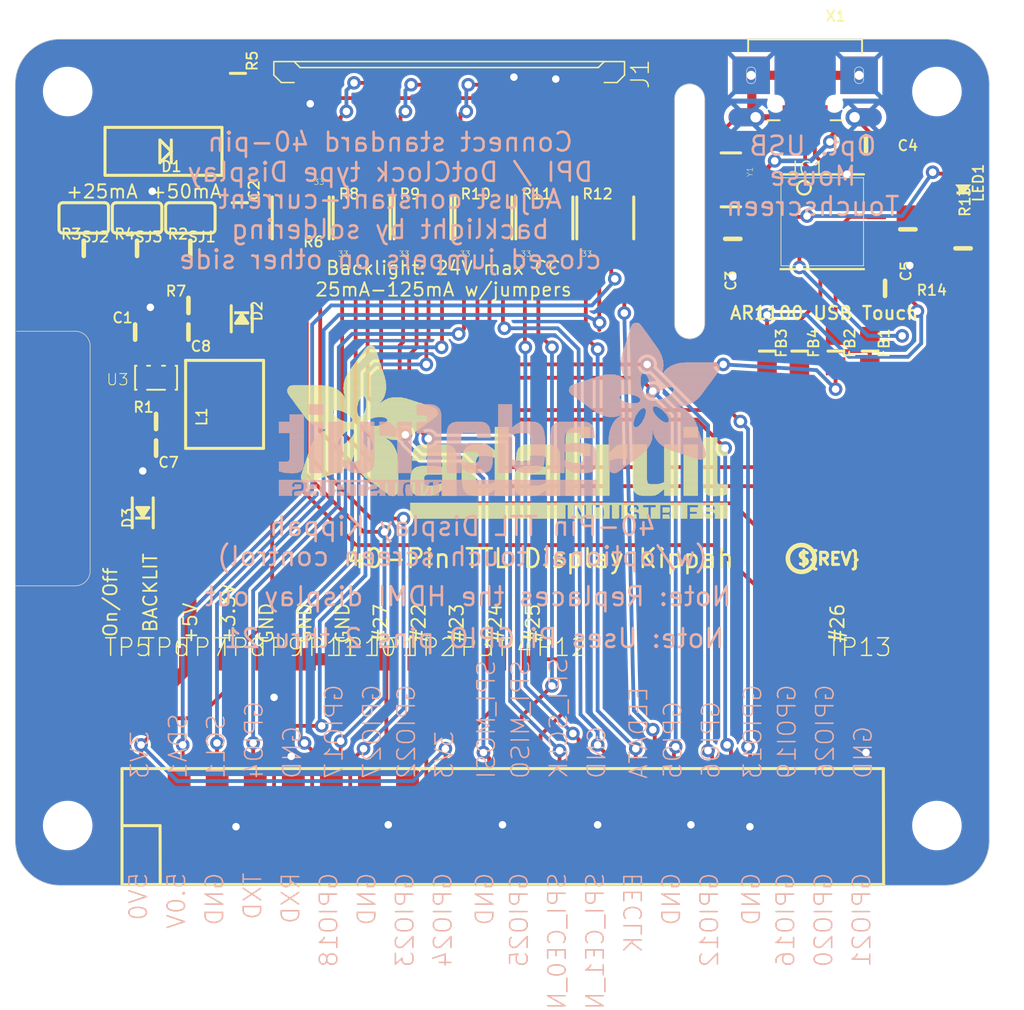
<source format=kicad_pcb>
(kicad_pcb (version 20221018) (generator pcbnew)
  (layers (0 "F.Cu" signal) (31 "B.Cu" signal) (34 "B.Paste" user) (35 "F.Paste" user) (36 "B.SilkS" user "B.Silkscreen") (37 "F.SilkS" user "F.Silkscreen") (38 "B.Mask" user) (39 "F.Mask" user) (44 "Edge.Cuts" user))
  (net 0 "")
  (net 1 "LEDK")
  (net 2 "GND")
  (net 3 "R2")
  (net 4 "R3")
  (net 5 "R4")
  (net 6 "R5")
  (net 7 "R6")
  (net 8 "R7")
  (net 9 "G2")
  (net 10 "G3")
  (net 11 "G4")
  (net 12 "G5")
  (net 13 "G6")
  (net 14 "G7")
  (net 15 "B2")
  (net 16 "B3")
  (net 17 "B4")
  (net 18 "B5")
  (net 19 "B6")
  (net 20 "B7")
  (net 21 "ON/OFF")
  (net 22 "DE")
  (net 23 "XR")
  (net 24 "YD")
  (net 25 "XL")
  (net 26 "YU")
  (net 27 "HSYNC")
  (net 28 "VSYNC")
  (net 29 "N$5")
  (net 30 "+24V")
  (net 31 "PWM")
  (net 32 "N$1")
  (net 33 "N$2")
  (net 34 "N$3")
  (net 35 "CLK")
  (net 36 "3.3V")
  (net 37 "5.0V")
  (net 38 "GPIO23")
  (net 39 "GPIO24")
  (net 40 "GPIO27")
  (net 41 "GPIO22")
  (net 42 "N$4")
  (net 43 "N$6")
  (net 44 "N$7")
  (net 45 "N$8")
  (net 46 "N$9")
  (net 47 "N$10")
  (net 48 "N$11")
  (net 49 "N$12")
  (net 50 "N$13")
  (net 51 "N$14")
  (net 52 "N$15")
  (net 53 "N$16")
  (net 54 "N$17")
  (net 55 "N$18")
  (net 56 "N$19")
  (net 57 "N$20")
  (net 58 "N$21")
  (net 59 "N$22")
  (net 60 "N$23")
  (net 61 "N$24")
  (net 62 "N$25")
  (net 63 "N$26")
  (net 64 "N$27")
  (net 65 "Y+")
  (net 66 "Y-")
  (net 67 "X+")
  (net 68 "X-")
  (net 69 "D+")
  (net 70 "D-")
  (net 71 "N$28")
  (net 72 "N$29")
  (net 73 "VUSB")
  (net 74 "N$31")
  (net 75 "N$33")
  (net 76 "N$34")
  (net 77 "VBUS")
  (net 78 "GPIO25")
  (net 79 "GPIO26")
  (footprint "working:FIDUCIAL_1MM" (layer "F.Cu") (at 118.2871 126.2836)
    (fp_text reference "FID2" hide)
    (fp_text value "FIDUCIAL\"\"" hide)
  )
  (footprint "working:SOLDERJUMPER_ARROW_NOPASTE" (layer "F.Cu") (at 124.1291 88.6916 180)
    (fp_text reference "SJ3")
    (fp_text value "+100mA")
  )
  (footprint "working:TP15SQ" (layer "F.Cu") (at 132.7651 118.1556)
    (fp_text reference "TP9")
    (fp_text value "TPTP15SQ")
  )
  (footprint "working:RESPACK_4X0603" (layer "F.Cu") (at 135.0511 88.6916 180)
    (fp_text reference "R6")
    (fp_text value "33")
  )
  (footprint "working:0805-NO" (layer "F.Cu") (at 120.5731 90.7236)
    (fp_text reference "R3")
    (fp_text value "12Ω")
  )
  (footprint "working:TSSOP20-5.3MMBODY" (layer "F.Cu") (at 169.8491 88.9456 -90)
    (fp_text reference "IC1")
    (fp_text value "AR1100_SSOP")
  )
  (footprint "working:0805-NO" (layer "F.Cu") (at 127.5581 94.5336)
    (fp_text reference "R7")
    (fp_text value "12Ω")
  )
  (footprint "working:RESONATOR-SMD" (layer "F.Cu") (at 163.7531 86.1516 -90)
    (fp_text reference "Y1")
    (fp_text value "12MHz")
  )
  (footprint "working:TP15SQ" (layer "F.Cu") (at 150.5451 118.1556)
    (fp_text reference "TP12")
    (fp_text value "TPTP15SQ")
  )
  (footprint "working:0805-NO" (layer "F.Cu") (at 125.3991 104.0586 180)
    (fp_text reference "C7")
    (fp_text value "10uF")
  )
  (footprint "working:TP15SQ" (layer "F.Cu") (at 145.4651 118.1556)
    (fp_text reference "TP3")
    (fp_text value "TPTP15SQ")
  )
  (footprint "working:TP15SQ" (layer "F.Cu") (at 140.3851 118.1556)
    (fp_text reference "TP1")
    (fp_text value "TPTP15SQ")
  )
  (footprint "working:PCBFEAT-REV-040" (layer "F.Cu") (at 168.4521 111.4246)
    (fp_text reference "U$32" hide)
    (fp_text value "" hide)
  )
  (footprint "working:FIDUCIAL_1MM" (layer "F.Cu") (at 175.6911 131.8716)
    (fp_text reference "FID1" hide)
    (fp_text value "FIDUCIAL\"\"" hide)
  )
  (footprint "working:ADAFRUIT_TEXT_30MM" (layer "F.Cu") (at 133.9081 108.7576)
    (fp_text reference "U$30" hide)
    (fp_text value "" hide)
  )
  (footprint "working:_0805MP" (layer "F.Cu") (at 168.3251 97.5816 -90)
    (fp_text reference "FB4")
    (fp_text value "FERITE")
  )
  (footprint "working:TP15SQ" (layer "F.Cu") (at 142.9251 118.1556)
    (fp_text reference "TP2")
    (fp_text value "TPTP15SQ")
  )
  (footprint "working:_0805MP" (layer "F.Cu") (at 170.7381 97.5816 -90)
    (fp_text reference "FB2")
    (fp_text value "FERRITE")
  )
  (footprint "working:0805-NO" (layer "F.Cu") (at 163.8801 90.0886 -90)
    (fp_text reference "C3")
    (fp_text value "0.1uF")
  )
  (footprint "working:_0805MP" (layer "F.Cu") (at 130.8601 79.0396 -90)
    (fp_text reference "R5")
    (fp_text value "20K")
  )
  (footprint "working:0805-NO" (layer "F.Cu") (at 127.6851 90.7236)
    (fp_text reference "R2")
    (fp_text value "6Ω")
  )
  (footprint "working:TP15SQ" (layer "F.Cu") (at 148.0051 118.1556)
    (fp_text reference "TP4")
    (fp_text value "TPTP15SQ")
  )
  (footprint "working:0805-NO" (layer "F.Cu") (at 125.3991 102.2806)
    (fp_text reference "R1")
    (fp_text value "20K")
  )
  (footprint "working:0805-NO" (layer "F.Cu") (at 124.0021 96.3116)
    (fp_text reference "C1")
    (fp_text value "0.1uF")
  )
  (footprint "working:0805-NO" (layer "F.Cu") (at 127.5581 96.3116 180)
    (fp_text reference "C8")
    (fp_text value "1uF")
  )
  (footprint "working:_0805MP" (layer "F.Cu") (at 130.9871 87.6756 -90)
    (fp_text reference "C2")
    (fp_text value "1uF")
  )
  (footprint "working:CHIPLED_0805_NOOUTLINE" (layer "F.Cu") (at 179.2471 86.7866 180)
    (fp_text reference "LED1")
    (fp_text value "RED")
  )
  (footprint "working:SMADIODE" (layer "F.Cu") (at 125.9071 84.2466 180)
    (fp_text reference "D1")
    (fp_text value "MM3Z24VT1G")
  )
  (footprint "working:_0805MP" (layer "F.Cu") (at 173.0241 97.5816 -90)
    (fp_text reference "FB1")
    (fp_text value "FERRITE")
  )
  (footprint "working:TP15SQ" (layer "F.Cu") (at 122.6051 118.1556)
    (fp_text reference "TP5")
    (fp_text value "TPTP15SQ")
  )
  (footprint "working:RESPACK_4X0603" (layer "F.Cu") (at 151.3071 88.6916)
    (fp_text reference "R11")
    (fp_text value "33")
  )
  (footprint "working:SOT23-5@1" (layer "F.Cu") (at 125.3991 99.3596 180)
    (fp_text reference "U3")
    (fp_text value "FAN5333BSX")
  )
  (footprint "working:TP15SQ" (layer "F.Cu") (at 170.8651 118.1556)
    (fp_text reference "TP13")
    (fp_text value "TPTP15SQ")
  )
  (footprint "working:TP15SQ" (layer "F.Cu") (at 135.3051 118.1556)
    (fp_text reference "TP11")
    (fp_text value "TPTP15SQ")
  )
  (footprint "working:0805-NO" (layer "F.Cu") (at 175.5641 89.4536 -90)
    (fp_text reference "C5")
    (fp_text value "10uF")
  )
  (footprint "working:SOD-123" (layer "F.Cu") (at 131.1141 95.4226 -90)
    (fp_text reference "D2")
    (fp_text value "MBR0540")
  )
  (footprint "working:4-1734839-0" (layer "F.Cu") (at 144.9571 80.5636)
    (fp_text reference "J1")
    (fp_text value "40PINFPCM4-1734839-0")
  )
  (footprint "working:TP15SQ" (layer "F.Cu") (at 130.2251 118.1556)
    (fp_text reference "TP8")
    (fp_text value "TPTP15SQ")
  )
  (footprint "working:SOD-323" (layer "F.Cu") (at 124.5101 108.3766 90)
    (fp_text reference "D3")
    (fp_text value "1N4148")
  )
  (footprint "working:TP15SQ" (layer "F.Cu") (at 125.1451 118.1556)
    (fp_text reference "TP6")
    (fp_text value "TPTP15SQ")
  )
  (footprint "working:_0805MP" (layer "F.Cu") (at 166.1661 97.5816 -90)
    (fp_text reference "FB3")
    (fp_text value "Ferrite")
  )
  (footprint "working:INDUCTOR_5X5MM_NR5040_NOTHERMALS" (layer "F.Cu") (at 129.9711 101.1376 90)
    (fp_text reference "L1")
    (fp_text value "6.8uH power L CID 2276")
  )
  (footprint "working:RESPACK_4X0603" (layer "F.Cu") (at 139.1151 88.6916)
    (fp_text reference "R8")
    (fp_text value "33")
  )
  (footprint "working:SOLDERJUMPER_ARROW_NOPASTE" (layer "F.Cu") (at 127.6851 88.6916 180)
    (fp_text reference "SJ1")
    (fp_text value "+50mA")
  )
  (footprint "working:RESPACK_4X0603" (layer "F.Cu") (at 147.2431 88.6916)
    (fp_text reference "R10")
    (fp_text value "33")
  )
  (footprint "working:TP15SQ" (layer "F.Cu") (at 127.6851 118.1556)
    (fp_text reference "TP7")
    (fp_text value "TPTP15SQ")
  )
  (footprint "working:0805-NO" (layer "F.Cu") (at 172.7701 83.7386)
    (fp_text reference "C4")
    (fp_text value "10uF")
  )
  (footprint "working:SOLDERJUMPER_ARROW_NOPASTE" (layer "F.Cu") (at 120.5731 88.6916 180)
    (fp_text reference "SJ2")
    (fp_text value "+25mA")
  )
  (footprint "working:FIDUCIAL_1MM" (layer "F.Cu") (at 122.0971 78.5316)
    (fp_text reference "FID3" hide)
    (fp_text value "FIDUCIAL\"\"" hide)
  )
  (footprint "working:RESPACK_4X0603" (layer "F.Cu") (at 155.3711 88.6916)
    (fp_text reference "R12")
    (fp_text value "33")
  )
  (footprint "working:RESPACK_4X0603" (layer "F.Cu") (at 143.1791 88.6916)
    (fp_text reference "R9")
    (fp_text value "33")
  )
  (footprint "working:0805-NO" (layer "F.Cu") (at 124.1291 90.7236)
    (fp_text reference "R4")
    (fp_text value "12Ω")
  )
  (footprint "working:4UCONN_20329" (layer "F.Cu") (at 168.7061 81.0716 180)
    (fp_text reference "X1")
    (fp_text value "MicroUSB")
    (fp_line (start -3.9 2.2) (end -3.9 1.6) (stroke (width 0.05)) (layer "Edge.Cuts"))
    (fp_line (start -3.3 1.6) (end -3.3 2.2) (stroke (width 0.05)) (layer "Edge.Cuts"))
    (fp_line (start 3.3 2.2) (end 3.3 1.6) (stroke (width 0.05)) (layer "Edge.Cuts"))
    (fp_line (start 3.9 1.6) (end 3.9 2.2) (stroke (width 0.05)) (layer "Edge.Cuts"))
    (fp_arc (start -3.9 1.6) (mid -3.801777 1.412868) (end -3.6 1.35) (stroke (width 0.05)) (layer "Edge.Cuts"))
    (fp_arc (start -3.6 1.35) (mid -3.398223 1.412868) (end -3.3 1.6) (stroke (width 0.05)) (layer "Edge.Cuts"))
    (fp_arc (start -3.6 2.45) (mid -3.801777 2.387132) (end -3.9 2.2) (stroke (width 0.05)) (layer "Edge.Cuts"))
    (fp_arc (start -3.3 2.2) (mid -3.398223 2.387132) (end -3.6 2.45) (stroke (width 0.05)) (layer "Edge.Cuts"))
    (fp_arc (start 3.3 1.6) (mid 3.398223 1.412868) (end 3.6 1.35) (stroke (width 0.05)) (layer "Edge.Cuts"))
    (fp_arc (start 3.6 1.35) (mid 3.801777 1.412868) (end 3.9 1.6) (stroke (width 0.05)) (layer "Edge.Cuts"))
    (fp_arc (start 3.6 2.45) (mid 3.398223 2.387132) (end 3.3 2.2) (stroke (width 0.05)) (layer "Edge.Cuts"))
    (fp_arc (start 3.9 2.2) (mid 3.801777 2.387132) (end 3.6 2.45) (stroke (width 0.05)) (layer "Edge.Cuts"))
  )
  (footprint "working:0805-NO" (layer "F.Cu") (at 174.0401 93.3906)
    (fp_text reference "R14")
    (fp_text value "20K")
  )
  (footprint "working:0805-NO" (layer "F.Cu") (at 179.2471 90.7236 90)
    (fp_text reference "R13")
    (fp_text value "470")
  )
  (footprint "working:TP15SQ" (layer "F.Cu") (at 137.8451 118.1556)
    (fp_text reference "TP10")
    (fp_text value "TPTP15SQ")
  )
  (footprint "working:ADAFRUIT_TEXT_30MM" (layer "B.Cu") (at 163.2451 107.2336 180)
    (fp_text reference "U$31" hide)
    (fp_text value "" hide)
  )
  (footprint "working:PI_HAT_SMT_SLOTS" (layer "B.Cu") (at 116.0011 76.7536)
    (fp_text reference "RPI1" hide)
    (fp_text value "RASPBERRYPI_BPLUS-SMT+SLOTS" hide)
    (fp_line (start 0 53.5) (end 0 3) (stroke (width 0.05)) (layer "Edge.Cuts"))
    (fp_line (start 0.1 19.5) (end 4 19.5) (stroke (width 0.05)) (layer "Edge.Cuts"))
    (fp_line (start 3 0) (end 62 0) (stroke (width 0.05)) (layer "Edge.Cuts"))
    (fp_line (start 4 36.5) (end 0 36.5) (stroke (width 0.05)) (layer "Edge.Cuts"))
    (fp_line (start 5 20.5) (end 5 35.5) (stroke (width 0.05)) (layer "Edge.Cuts"))
    (fp_line (start 44 4) (end 44 19) (stroke (width 0.05)) (layer "Edge.Cuts"))
    (fp_line (start 46 19) (end 46 4) (stroke (width 0.05)) (layer "Edge.Cuts"))
    (fp_line (start 62 56.5) (end 3 56.5) (stroke (width 0.05)) (layer "Edge.Cuts"))
    (fp_line (start 65 3) (end 65 53.5) (stroke (width 0.05)) (layer "Edge.Cuts"))
    (fp_arc (start 0 3) (mid 0.87868 0.87868) (end 3 0) (stroke (width 0.05)) (layer "Edge.Cuts"))
    (fp_arc (start 3 56.5) (mid 0.87868 55.62132) (end 0 53.5) (stroke (width 0.05)) (layer "Edge.Cuts"))
    (fp_arc (start 4 19.5) (mid 4.707107 19.792893) (end 5 20.5) (stroke (width 0.05)) (layer "Edge.Cuts"))
    (fp_arc (start 5 35.5) (mid 4.707107 36.207107) (end 4 36.5) (stroke (width 0.05)) (layer "Edge.Cuts"))
    (fp_arc (start 44 4) (mid 44.292893 3.292893) (end 45 3) (stroke (width 0.05)) (layer "Edge.Cuts"))
    (fp_arc (start 45 3) (mid 45.707107 3.292893) (end 46 4) (stroke (width 0.05)) (layer "Edge.Cuts"))
    (fp_arc (start 45 20) (mid 44.292893 19.707107) (end 44 19) (stroke (width 0.05)) (layer "Edge.Cuts"))
    (fp_arc (start 46 19) (mid 45.707107 19.707107) (end 45 20) (stroke (width 0.05)) (layer "Edge.Cuts"))
    (fp_arc (start 62 0) (mid 64.12132 0.87868) (end 65 3) (stroke (width 0.05)) (layer "Edge.Cuts"))
    (fp_arc (start 65 53.5) (mid 64.12132 55.62132) (end 62 56.5) (stroke (width 0.05)) (layer "Edge.Cuts"))
  )
  (gr_text "Adjust constant-current\nbacklight by soldering\nclosed jumpers on other side" (at 141.0201 89.4536) (layer "B.SilkS") (effects (font (size 1.251712 1.251712) (thickness 0.170688)) (justify mirror)))
  (gr_text "Note: Uses Pi GPIO pins 2 thru 21" (at 146.6081 116.7586) (layer "B.SilkS") (effects (font (size 1.251712 1.251712) (thickness 0.170688)) (justify mirror)))
  (gr_text "Connect standard 40-pin\nDPI / DotClock type Display\n" (at 141.0201 84.6276) (layer "B.SilkS") (effects (font (size 1.251712 1.251712) (thickness 0.170688)) (justify mirror)))
  (gr_text "Note: Replaces the HDMI display out" (at 146.2271 113.9646) (layer "B.SilkS") (effects (font (size 1.251712 1.251712) (thickness 0.170688)) (justify mirror)))
  (gr_text "40-Pin TTL Display Kippah\n(w/optional touch screen control)" (at 145.8461 110.2816) (layer "B.SilkS") (effects (font (size 1.251712 1.251712) (thickness 0.170688)) (justify mirror)))
  (gr_text "Opt. USB\nMouse\nTouchscreen" (at 169.2141 85.8976) (layer "B.SilkS") (effects (font (size 1.251712 1.251712) (thickness 0.170688)) (justify mirror)))
  (gr_text "GND" (at 137.8451 115.7426 90) (layer "F.SilkS") (effects (font (size 0.89408 0.89408) (thickness 0.12192))))
  (gr_text "+25mA" (at 124.2561 86.4056) (layer "F.SilkS") (effects (font (size 0.89408 0.89408) (thickness 0.12192)) (justify right top)))
  (gr_text "Backlight: 24V max CC\n25mA-125mA w/jumpers" (at 144.5761 92.7556) (layer "F.SilkS") (effects (font (size 0.89408 0.89408) (thickness 0.12192))))
  (gr_text "+5V" (at 127.6851 115.7426 90) (layer "F.SilkS") (effects (font (size 0.89408 0.89408) (thickness 0.12192))))
  (gr_text "+3.3V" (at 130.2251 115.1076 90) (layer "F.SilkS") (effects (font (size 0.89408 0.89408) (thickness 0.12192))))
  (gr_text "#24" (at 148.0051 115.7426 90) (layer "F.SilkS") (effects (font (size 0.89408 0.89408) (thickness 0.12192))))
  (gr_text "#26" (at 170.8651 115.7426 90) (layer "F.SilkS") (effects (font (size 0.89408 0.89408) (thickness 0.12192))))
  (gr_text "+50mA" (at 129.8441 86.4056) (layer "F.SilkS") (effects (font (size 0.89408 0.89408) (thickness 0.12192)) (justify right top)))
  (gr_text "GND" (at 135.3051 115.7426 90) (layer "F.SilkS") (effects (font (size 0.89408 0.89408) (thickness 0.12192))))
  (gr_text "AR1100 USB Touch" (at 169.9761 95.0416) (layer "F.SilkS") (effects (font (size 0.8636 0.8636) (thickness 0.1524))))
  (gr_text "#23" (at 145.4651 115.7426 90) (layer "F.SilkS") (effects (font (size 0.89408 0.89408) (thickness 0.12192))))
  (gr_text "#27" (at 140.3851 115.7426 90) (layer "F.SilkS") (effects (font (size 0.89408 0.89408) (thickness 0.12192))))
  (gr_text "#25" (at 150.5451 115.7426 90) (layer "F.SilkS") (effects (font (size 0.89408 0.89408) (thickness 0.12192))))
  (gr_text "#22" (at 142.9251 115.7426 90) (layer "F.SilkS") (effects (font (size 0.89408 0.89408) (thickness 0.12192))))
  (gr_text "GND" (at 132.7651 115.7426 90) (layer "F.SilkS") (effects (font (size 0.89408 0.89408) (thickness 0.12192))))
  (gr_text "40-Pin TTL Display Kippah" (at 151.0531 111.4246) (layer "F.SilkS") (effects (font (size 1.251712 1.251712) (thickness 0.170688))))
  (gr_text "BACKLIT" (at 125.0181 113.7106 90) (layer "F.SilkS") (effects (font (size 0.89408 0.89408) (thickness 0.12192))))
  (gr_text "On/Off" (at 122.3511 114.3456 90) (layer "F.SilkS") (effects (font (size 0.89408 0.89408) (thickness 0.12192))))
  (segment (start 118.2871 91.4856) (end 118.9221 92.1206) (width 0.3048) (layer "F.Cu") (net 1))
  (segment (start 124.4491 98.0595) (end 124.4792 97.7086) (width 0.6096) (layer "F.Cu") (net 1))
  (segment (start 128.7011 92.7556) (end 128.6351 90.7236) (width 0.6096) (layer "F.Cu") (net 1))
  (segment (start 123.5576 84.2466) (end 119.6841 84.2466) (width 0.3048) (layer "F.Cu") (net 1))
  (segment (start 130.8601 82.3416) (end 124.8911 82.3416) (width 0.3048) (layer "F.Cu") (net 1))
  (segment (start 118.9221 92.1206) (end 121.3351 92.1206) (width 0.3048) (layer "F.Cu") (net 1))
  (segment (start 118.2871 85.6436) (end 118.2871 91.4856) (width 0.3048) (layer "F.Cu") (net 1))
  (segment (start 132.0031 83.4846) (end 130.8601 82.3416) (width 0.3048) (layer "F.Cu") (net 1))
  (segment (start 135.2071 83.1036) (end 134.8261 83.4846) (width 0.254) (layer "F.Cu") (net 1))
  (segment (start 123.1131 93.1366) (end 122.9861 93.2636) (width 0.6096) (layer "F.Cu") (net 1))
  (segment (start 125.0791 90.7236) (end 125.1451 93.1366) (width 0.6096) (layer "F.Cu") (net 1))
  (segment (start 124.4792 97.7086) (end 123.6211 97.7086) (width 0.6096) (layer "F.Cu") (net 1))
  (segment (start 122.4781 92.6286) (end 121.5891 91.9936) (width 0.6096) (layer "F.Cu") (net 1))
  (segment (start 119.6841 84.2466) (end 118.2871 85.6436) (width 0.3048) (layer "F.Cu") (net 1))
  (segment (start 122.9861 93.2636) (end 123.0521 96.3116) (width 0.6096) (layer "F.Cu") (net 1))
  (segment (start 128.5741 93.1366) (end 125.1451 93.1366) (width 0.6096) (layer "F.Cu") (net 1))
  (segment (start 125.1451 93.1366) (end 123.1131 93.1366) (width 0.6096) (layer "F.Cu") (net 1))
  (segment (start 124.8911 82.3416) (end 123.6211 83.6116) (width 0.3048) (layer "F.Cu") (net 1))
  (segment (start 134.8261 83.4846) (end 132.0031 83.4846) (width 0.3048) (layer "F.Cu") (net 1))
  (segment (start 122.9861 97.0736) (end 123.0521 96.3116) (width 0.6096) (layer "F.Cu") (net 1))
  (segment (start 123.6211 84.1831) (end 123.5576 84.2466) (width 0.3048) (layer "F.Cu") (net 1))
  (segment (start 123.1131 93.1366) (end 122.4781 92.6286) (width 0.6096) (layer "F.Cu") (net 1))
  (segment (start 123.6211 83.6116) (end 123.6211 84.1831) (width 0.3048) (layer "F.Cu") (net 1))
  (segment (start 121.5891 91.9936) (end 121.5231 90.7236) (width 0.6096) (layer "F.Cu") (net 1))
  (segment (start 123.6211 97.7086) (end 122.9861 97.0736) (width 0.6096) (layer "F.Cu") (net 1))
  (segment (start 128.5741 93.1366) (end 128.7011 92.7556) (width 0.6096) (layer "F.Cu") (net 1))
  (segment (start 121.3351 92.1206) (end 121.5891 91.9936) (width 0.3048) (layer "F.Cu") (net 1))
  (segment (start 128.5081 94.5336) (end 128.5741 93.1366) (width 0.6096) (layer "F.Cu") (net 1))
  (segment (start 149.2071 79.3526) (end 149.2751 79.2936) (width 0.254) (layer "F.Cu") (net 2))
  (segment (start 167.9561 79.0716) (end 167.8611 79.1666) (width 0.6096) (layer "F.Cu") (net 2))
  (segment (start 172.6561 124.4926) (end 172.7701 124.3786) (width 0.254) (layer "F.Cu") (net 2))
  (segment (start 165.4061 81.9716) (end 165.1501 81.7156) (width 0.6096) (layer "F.Cu") (net 2))
  (segment (start 121.5891 87.0406) (end 125.1451 87.0406) (width 0.3048) (layer "F.Cu") (net 2))
  (segment (start 165.1501 81.7156) (end 165.1501 79.1666) (width 0.6096) (layer "F.Cu") (net 2))
  (segment (start 163.8801 91.0386) (end 163.8801 92.6286) (width 0.254) (layer "F.Cu") (net 2))
  (segment (start 154.8761 129.0646) (end 154.8631 129.2046) (width 0.3048) (layer "F.Cu") (net 2))
  (segment (start 124.5101 103.8046) (end 124.5101 105.5826) (width 0.6096) (layer "F.Cu") (net 2))
  (segment (start 152.7071 79.4206) (end 152.0691 79.4206) (width 0.254) (layer "F.Cu") (net 2))
  (segment (start 165.2771 90.5966) (end 166.2053 90.5966) (width 0.254) (layer "F.Cu") (net 2))
  (segment (start 139.6361 131.4206) (end 139.6361 130.2076) (width 0.254) (layer "F.Cu") (net 2))
  (segment (start 165.0231 79.1666) (end 165.1501 79.1666) (width 0.6096) (layer "F.Cu") (net 2))
  (segment (start 162.4831 83.6116) (end 164.1231 81.9716) (width 0.254) (layer "F.Cu") (net 2))
  (segment (start 173.4669 86.0206) (end 171.7501 86.0206) (width 0.254) (layer "F.Cu") (net 2))
  (segment (start 175.5641 90.4036) (end 175.5641 91.4856) (width 0.254) (layer "F.Cu") (net 2))
  (segment (start 164.0621 91.2206) (end 163.8801 91.0386) (width 0.254) (layer "F.Cu") (net 2))
  (segment (start 167.4061 81.8466) (end 167.2811 81.9716) (width 0.4064) (layer "F.Cu") (net 2))
  (segment (start 129.4761 130.5886) (end 129.4761 131.4206) (width 0.254) (layer "F.Cu") (net 2))
  (segment (start 173.0851 83.0506) (end 172.0061 81.9716) (width 0.254) (layer "F.Cu") (net 2))
  (segment (start 126.6081 96.3116) (end 126.6081 94.5336) (width 0.6096) (layer "F.Cu") (net 2))
  (segment (start 125.1451 88.6916) (end 125.1451 87.0406) (width 0.3048) (layer "F.Cu") (net 2))
  (segment (start 128.7011 88.6916) (end 130.9871 88.6916) (width 0.3048) (layer "F.Cu") (net 2))
  (segment (start 152.7071 83.1036) (end 152.7071 79.4206) (width 0.254) (layer "F.Cu") (net 2))
  (segment (start 147.4971 130.2206) (end 148.5131 129.2046) (width 0.254) (layer "F.Cu") (net 2))
  (segment (start 165.0231 129.3316) (end 165.0231 131.4076) (width 0.3048) (layer "F.Cu") (net 2))
  (segment (start 128.5741 87.0406) (end 128.5741 88.6916) (width 0.3048) (layer "F.Cu") (net 2))
  (segment (start 125.3991 98.0595) (end 125.3991 96.3116) (width 0.6096) (layer "F.Cu") (net 2))
  (segment (start 173.7201 83.7386) (end 173.0851 83.0506) (width 0.254) (layer "F.Cu") (net 2))
  (segment (start 124.9521 96.3116) (end 125.3991 96.3116) (width 0.6096) (layer "F.Cu") (net 2))
  (segment (start 121.5891 88.6916) (end 121.5891 87.0406) (width 0.3048) (layer "F.Cu") (net 2))
  (segment (start 175.3971 90.5706) (end 175.5641 90.4036) (width 0.254) (layer "F.Cu") (net 2))
  (segment (start 176.5801 90.4696) (end 175.6301 90.4696) (width 0.254) (layer "F.Cu") (net 2))
  (segment (start 169.5561 79.1716) (end 172.3061 79.1716) (width 0.6096) (layer "F.Cu") (net 2))
  (segment (start 167.2811 81.9716) (end 165.4061 81.9716) (width 0.4064) (layer "F.Cu") (net 2))
  (segment (start 165.1501 90.4696) (end 165.2771 90.5966) (width 0.254) (layer "F.Cu") (net 2))
  (segment (start 166.2053 90.5966) (end 166.2313 90.5706) (width 0.254) (layer "F.Cu") (net 2))
  (segment (start 166.2313 90.5706) (end 165.1501 90.5706) (width 0.254) (layer "F.Cu") (net 2))
  (segment (start 159.9561 131.4206) (end 159.9561 130.3346) (width 0.254) (layer "F.Cu") (net 2))
  (segment (start 162.4831 86.0246) (end 162.4831 83.6116) (width 0.254) (layer "F.Cu") (net 2))
  (segment (start 147.1161 131.2806) (end 147.2561 131.4206) (width 0.254) (layer "F.Cu") (net 2))
  (segment (start 165.2061 89.2706) (end 165.1501 89.3266) (width 0.254) (layer "F.Cu") (net 2))
  (segment (start 163.7531 86.1516) (end 162.6101 86.1516) (width 0.254) (layer "F.Cu") (net 2))
  (segment (start 133.2731 118.1556) (end 135.3051 118.1556) (width 0.8128) (layer "F.Cu") (net 2))
  (segment (start 147.1161 130.2206) (end 147.4971 130.2206) (width 0.254) (layer "F.Cu") (net 2))
  (segment (start 134.5561 127.1026) (end 134.4161 126.9626) (width 0.254) (layer "F.Cu") (net 2))
  (segment (start 133.2731 118.1556) (end 133.2731 120.6956) (width 0.8128) (layer "F.Cu") (net 2))
  (segment (start 125.1451 87.0406) (end 128.5741 87.0406) (width 0.3048) (layer "F.Cu") (net 2))
  (segment (start 125.3991 96.3116) (end 126.6081 96.3116) (width 0.6096) (layer "F.Cu") (net 2))
  (segment (start 134.4161 126.9626) (end 134.4161 124.6326) (width 0.254) (layer "F.Cu") (net 2))
  (segment (start 165.0231 131.4076) (end 165.0361 131.4206) (width 0.3048) (layer "F.Cu") (net 2))
  (segment (start 124.4491 104.0586) (end 124.5101 103.8046) (width 0.6096) (layer "F.Cu") (net 2))
  (segment (start 175.6301 90.4696) (end 175.5641 90.4036) (width 0.254) (layer "F.Cu") (net 2))
  (segment (start 126.4151 94.6606) (end 125.0181 94.6606) (width 0.6096) (layer "F.Cu") (net 2))
  (segment (start 171.7501 86.0206) (end 171.5001 85.7706) (width 0.254) (layer "F.Cu") (net 2))
  (segment (start 177.7841 91.6736) (end 176.5801 90.4696) (width 0.254) (layer "F.Cu") (net 2))
  (segment (start 139.6361 130.2076) (end 140.6391 129.2046) (width 0.254) (layer "F.Cu") (net 2))
  (segment (start 154.8761 127.1026) (end 154.8761 129.0646) (width 0.3048) (layer "F.Cu") (net 2))
  (segment (start 159.9561 130.3346) (end 161.0861 129.2046) (width 0.254) (layer "F.Cu") (net 2))
  (segment (start 162.6101 86.1516) (end 162.4831 86.0246) (width 0.254) (layer "F.Cu") (net 2))
  (segment (start 165.1501 91.2206) (end 164.0621 91.2206) (width 0.254) (layer "F.Cu") (net 2))
  (segment (start 175.5641 91.4856) (end 175.6911 91.8666) (width 0.254) (layer "F.Cu") (net 2))
  (segment (start 147.1161 130.2206) (end 147.1161 131.2806) (width 0.254) (layer "F.Cu") (net 2))
  (segment (start 136.2071 81.4396) (end 135.6861 81.0716) (width 0.254) (layer "F.Cu") (net 2))
  (segment (start 132.7651 118.1556) (end 133.2731 118.1556) (width 0.8128) (layer "F.Cu") (net 2))
  (segment (start 165.1501 90.5706) (end 165.1501 91.2206) (width 0.254) (layer "F.Cu") (net 2))
  (segment (start 169.4561 79.0716) (end 169.5561 79.1716) (width 0.6096) (layer "F.Cu") (net 2))
  (segment (start 126.6081 94.5336) (end 126.4151 94.6606) (width 0.6096) (layer "F.Cu") (net 2))
  (segment (start 136.2071 83.1036) (end 136.2071 81.4396) (width 0.254) (layer "F.Cu") (net 2))
  (segment (start 166.2313 91.2206) (end 165.1501 91.2206) (width 0.254) (layer "F.Cu") (net 2))
  (segment (start 167.8611 79.1666) (end 165.1501 79.1666) (width 0.6096) (layer "F.Cu") (net 2))
  (segment (start 130.7331 129.3316) (end 129.4761 130.5886) (width 0.254) (layer "F.Cu") (net 2))
  (segment (start 149.2071 83.1036) (end 149.2071 79.3526) (width 0.254) (layer "F.Cu") (net 2))
  (segment (start 135.3051 118.1556) (end 137.8451 118.1556) (width 0.8128) (layer "F.Cu") (net 2))
  (segment (start 164.1231 81.9716) (end 165.4061 81.9716) (width 0.254) (layer "F.Cu") (net 2))
  (segment (start 128.5741 88.6916) (end 128.7011 88.6916) (width 0.3048) (layer "F.Cu") (net 2))
  (segment (start 140.6391 129.2046) (end 140.8931 129.2046) (width 0.254) (layer "F.Cu") (net 2))
  (segment (start 166.2313 89.2706) (end 165.2061 89.2706) (width 0.254) (layer "F.Cu") (net 2))
  (segment (start 167.9561 79.0716) (end 169.4561 79.0716) (width 0.6096) (layer "F.Cu") (net 2))
  (segment (start 165.1501 89.3266) (end 165.1501 90.4696) (width 0.254) (layer "F.Cu") (net 2))
  (segment (start 172.6561 127.1026) (end 172.6561 124.4926) (width 0.254) (layer "F.Cu") (net 2))
  (segment (start 179.2471 91.6736) (end 177.7841 91.6736) (width 0.254) (layer "F.Cu") (net 2))
  (segment (start 173.4669 90.5706) (end 175.3971 90.5706) (width 0.254) (layer "F.Cu") (net 2))
  (segment (start 125.1451 87.0406) (end 125.1451 86.9136) (width 0.3048) (layer "F.Cu") (net 2))
  (via (at 175.6911 91.8666) (size 0.9064) (drill 0.5) (layers "F.Cu" "B.Cu") (net 2))
  (via (at 133.2731 120.6956) (size 0.9064) (drill 0.5) (layers "F.Cu" "B.Cu") (net 2))
  (via (at 125.0181 94.6606) (size 0.9064) (drill 0.5) (layers "F.Cu" "B.Cu") (net 2))
  (via (at 171.5001 85.7706) (size 0.9064) (drill 0.5) (layers "F.Cu" "B.Cu") (net 2))
  (via (at 134.4161 124.6326) (size 0.9064) (drill 0.5) (layers "F.Cu" "B.Cu") (net 2))
  (via (at 149.2751 79.2936) (size 0.9064) (drill 0.5) (layers "F.Cu" "B.Cu") (net 2))
  (via (at 165.0231 129.3316) (size 0.9064) (drill 0.5) (layers "F.Cu" "B.Cu") (net 2))
  (via (at 148.5131 129.2046) (size 0.9064) (drill 0.5) (layers "F.Cu" "B.Cu") (net 2))
  (via (at 124.5101 105.5826) (size 0.9064) (drill 0.5) (layers "F.Cu" "B.Cu") (net 2))
  (via (at 161.0861 129.2046) (size 0.9064) (drill 0.5) (layers "F.Cu" "B.Cu") (net 2))
  (via (at 163.8801 92.6286) (size 0.9064) (drill 0.5) (layers "F.Cu" "B.Cu") (net 2))
  (via (at 152.0691 79.4206) (size 0.9064) (drill 0.5) (layers "F.Cu" "B.Cu") (net 2))
  (via (at 125.1451 86.9136) (size 0.9064) (drill 0.5) (layers "F.Cu" "B.Cu") (net 2))
  (via (at 154.8631 129.2046) (size 0.9064) (drill 0.5) (layers "F.Cu" "B.Cu") (net 2))
  (via (at 135.6861 81.0716) (size 0.9064) (drill 0.5) (layers "F.Cu" "B.Cu") (net 2))
  (via (at 130.7331 129.3316) (size 0.9064) (drill 0.5) (layers "F.Cu" "B.Cu") (net 2))
  (via (at 140.8931 129.2046) (size 0.9064) (drill 0.5) (layers "F.Cu" "B.Cu") (net 2))
  (via (at 172.7701 124.3786) (size 0.9064) (drill 0.5) (layers "F.Cu" "B.Cu") (net 2))
  (segment (start 125.0181 94.6606) (end 125.0181 95.2956) (width 0.6096) (layer "B.Cu") (net 2))
  (segment (start 133.2731 120.6956) (end 133.2731 121.4576) (width 0.8128) (layer "B.Cu") (net 2))
  (segment (start 161.0861 129.2046) (end 165.0231 129.2046) (width 0.254) (layer "B.Cu") (net 2))
  (segment (start 123.1131 103.1696) (end 123.1131 103.0426) (width 0.6096) (layer "B.Cu") (net 2))
  (segment (start 124.5101 105.5826) (end 123.1131 103.1696) (width 0.6096) (layer "B.Cu") (net 2))
  (segment (start 152.0691 79.4206) (end 153.0851 79.4206) (width 0.254) (layer "B.Cu") (net 2))
  (segment (start 171.5001 85.7706) (end 171.2461 85.7706) (width 0.254) (layer "B.Cu") (net 2))
  (segment (start 136.5751 79.2936) (end 136.7021 79.1666) (width 0.254) (layer "B.Cu") (net 2))
  (segment (start 149.2751 79.2936) (end 149.2751 78.7856) (width 0.254) (layer "B.Cu") (net 2))
  (segment (start 171.2461 85.7706) (end 171.1191 85.6436) (width 0.254) (layer "B.Cu") (net 2))
  (segment (start 130.7331 128.3156) (end 130.7331 129.3316) (width 0.254) (layer "B.Cu") (net 2))
  (segment (start 172.7701 124.3786) (end 172.7701 123.9976) (width 0.254) (layer "B.Cu") (net 2))
  (segment (start 175.6911 91.8666) (end 176.0721 91.8666) (width 0.254) (layer "B.Cu") (net 2))
  (segment (start 163.8801 92.6286) (end 163.8801 92.8826) (width 0.254) (layer "B.Cu") (net 2))
  (segment (start 140.8931 129.2046) (end 138.9881 129.2046) (width 0.254) (layer "B.Cu") (net 2))
  (segment (start 135.6861 81.0716) (end 136.5751 79.2936) (width 0.254) (layer "B.Cu") (net 2))
  (segment (start 166.2931 129.4586) (end 167.5761 130.7416) (width 0.254) (layer "F.Cu") (net 3))
  (segment (start 167.5761 130.7416) (end 167.5761 131.4206) (width 0.254) (layer "F.Cu") (net 3))
  (segment (start 166.2931 114.0916) (end 166.2931 129.4586) (width 0.254) (layer "F.Cu") (net 3))
  (segment (start 162.6101 110.5356) (end 166.2931 114.0916) (width 0.254) (layer "F.Cu") (net 3))
  (segment (start 133.7511 105.4256) (end 138.7341 110.5356) (width 0.254) (layer "F.Cu") (net 3))
  (segment (start 133.7511 89.5416) (end 133.7511 105.4256) (width 0.254) (layer "F.Cu") (net 3))
  (segment (start 138.7341 110.5356) (end 162.6101 110.5356) (width 0.254) (layer "F.Cu") (net 3))
  (segment (start 134.6511 105.0556) (end 139.2421 109.6466) (width 0.254) (layer "F.Cu") (net 4))
  (segment (start 137.7181 124.5056) (end 136.9561 125.2676) (width 0.254) (layer "F.Cu") (net 4))
  (segment (start 137.7181 123.6166) (end 137.7181 124.5056) (width 0.254) (layer "F.Cu") (net 4))
  (segment (start 136.9561 125.2676) (end 136.9561 126.9626) (width 0.254) (layer "F.Cu") (net 4))
  (segment (start 134.6511 89.5416) (end 134.6511 105.0556) (width 0.254) (layer "F.Cu") (net 4))
  (segment (start 136.9561 126.9626) (end 137.0961 127.1026) (width 0.254) (layer "F.Cu") (net 4))
  (segment (start 139.2421 109.6466) (end 140.6391 109.6466) (width 0.254) (layer "F.Cu") (net 4))
  (via (at 137.7181 123.6166) (size 0.9064) (drill 0.5) (layers "F.Cu" "B.Cu") (net 4))
  (via (at 140.6391 109.6466) (size 0.9064) (drill 0.5) (layers "F.Cu" "B.Cu") (net 4))
  (segment (start 140.6391 120.6956) (end 137.7181 123.6166) (width 0.254) (layer "B.Cu") (net 4))
  (segment (start 140.6391 109.6466) (end 140.6391 120.6956) (width 0.254) (layer "B.Cu") (net 4))
  (segment (start 137.0961 130.5886) (end 137.0961 131.4206) (width 0.254) (layer "F.Cu") (net 5))
  (segment (start 139.2421 124.1246) (end 138.3531 125.0136) (width 0.254) (layer "F.Cu") (net 5))
  (segment (start 138.3531 129.3316) (end 137.0961 130.5886) (width 0.254) (layer "F.Cu") (net 5))
  (segment (start 135.4511 89.5416) (end 135.4511 104.4586) (width 0.254) (layer "F.Cu") (net 5))
  (segment (start 139.7501 108.7576) (end 141.9091 108.7576) (width 0.254) (layer "F.Cu") (net 5))
  (segment (start 135.4511 104.4586) (end 139.7501 108.7576) (width 0.254) (layer "F.Cu") (net 5))
  (segment (start 138.3531 125.0136) (end 138.3531 129.3316) (width 0.254) (layer "F.Cu") (net 5))
  (via (at 141.9091 108.7576) (size 0.9064) (drill 0.5) (layers "F.Cu" "B.Cu") (net 5))
  (via (at 139.2421 124.1246) (size 0.9064) (drill 0.5) (layers "F.Cu" "B.Cu") (net 5))
  (segment (start 141.9091 121.4576) (end 139.2421 124.1246) (width 0.254) (layer "B.Cu") (net 5))
  (segment (start 141.9091 108.7576) (end 141.9091 121.4576) (width 0.254) (layer "B.Cu") (net 5))
  (segment (start 163.8801 107.7416) (end 167.5761 111.4376) (width 0.254) (layer "F.Cu") (net 6))
  (segment (start 136.3511 102.9456) (end 141.1471 107.7416) (width 0.254) (layer "F.Cu") (net 6))
  (segment (start 167.5761 111.4376) (end 167.5761 127.1026) (width 0.254) (layer "F.Cu") (net 6))
  (segment (start 136.3511 89.5416) (end 136.3511 102.9456) (width 0.254) (layer "F.Cu") (net 6))
  (segment (start 141.1471 107.7416) (end 163.8801 107.7416) (width 0.254) (layer "F.Cu") (net 6))
  (segment (start 170.1161 130.5886) (end 170.1161 131.4206) (width 0.254) (layer "F.Cu") (net 7))
  (segment (start 137.8151 103.0126) (end 141.4011 106.5986) (width 0.254) (layer "F.Cu") (net 7))
  (segment (start 171.3731 122.6006) (end 171.3731 129.3316) (width 0.254) (layer "F.Cu") (net 7))
  (segment (start 172.5161 121.4576) (end 171.3731 122.6006) (width 0.254) (layer "F.Cu") (net 7))
  (segment (start 171.3731 129.3316) (end 170.1161 130.5886) (width 0.254) (layer "F.Cu") (net 7))
  (segment (start 137.8151 89.5416) (end 137.8151 103.0126) (width 0.254) (layer "F.Cu") (net 7))
  (segment (start 141.4011 106.5986) (end 165.9121 106.5986) (width 0.254) (layer "F.Cu") (net 7))
  (segment (start 172.5161 113.2026) (end 172.5161 121.4576) (width 0.254) (layer "F.Cu") (net 7))
  (segment (start 165.9121 106.5986) (end 172.5161 113.2026) (width 0.254) (layer "F.Cu") (net 7))
  (segment (start 174.6751 129.4016) (end 172.6561 131.4206) (width 0.254) (layer "F.Cu") (net 8))
  (segment (start 138.7151 89.5416) (end 138.7151 102.2616) (width 0.254) (layer "F.Cu") (net 8))
  (segment (start 166.5471 105.3286) (end 174.6751 113.4566) (width 0.254) (layer "F.Cu") (net 8))
  (segment (start 174.6751 113.4566) (end 174.6751 129.4016) (width 0.254) (layer "F.Cu") (net 8))
  (segment (start 138.7151 102.2616) (end 141.7821 105.3286) (width 0.254) (layer "F.Cu") (net 8))
  (segment (start 141.7821 105.3286) (end 166.5471 105.3286) (width 0.254) (layer "F.Cu") (net 8))
  (segment (start 147.6241 124.7596) (end 147.6241 127.6806) (width 0.254) (layer "F.Cu") (net 9))
  (segment (start 139.5151 89.5416) (end 139.5151 100.6486) (width 0.254) (layer "F.Cu") (net 9))
  (segment (start 147.2431 124.3786) (end 147.6241 124.7596) (width 0.254) (layer "F.Cu") (net 9))
  (segment (start 139.5151 100.6486) (end 142.0361 103.1696) (width 0.254) (layer "F.Cu") (net 9))
  (segment (start 147.6241 127.6806) (end 147.2561 127.3126) (width 0.254) (layer "F.Cu") (net 9))
  (segment (start 147.2561 127.3126) (end 147.2561 127.1026) (width 0.254) (layer "F.Cu") (net 9))
  (via (at 147.2431 124.3786) (size 0.9064) (drill 0.5) (layers "F.Cu" "B.Cu") (net 9))
  (via (at 142.0361 103.1696) (size 0.9064) (drill 0.5) (layers "F.Cu" "B.Cu") (net 9))
  (segment (start 142.0361 103.6776) (end 143.0521 104.6936) (width 0.254) (layer "B.Cu") (net 9))
  (segment (start 143.0521 104.6936) (end 145.8461 104.6936) (width 0.254) (layer "B.Cu") (net 9))
  (segment (start 145.8461 104.6936) (end 147.2431 106.0906) (width 0.254) (layer "B.Cu") (net 9))
  (segment (start 147.2431 106.0906) (end 147.2431 124.3786) (width 0.254) (layer "B.Cu") (net 9))
  (segment (start 142.0361 103.1696) (end 142.0361 103.6776) (width 0.254) (layer "B.Cu") (net 9))
  (segment (start 140.4151 100.2786) (end 143.5601 103.4236) (width 0.254) (layer "F.Cu") (net 10))
  (segment (start 152.3231 124.2516) (end 152.3231 127.0896) (width 0.254) (layer "F.Cu") (net 10))
  (segment (start 152.3231 127.0896) (end 152.3361 127.1026) (width 0.254) (layer "F.Cu") (net 10))
  (segment (start 140.4151 89.5416) (end 140.4151 100.2786) (width 0.254) (layer "F.Cu") (net 10))
  (via (at 152.3231 124.2516) (size 0.9064) (drill 0.5) (layers "F.Cu" "B.Cu") (net 10))
  (via (at 143.5601 103.4236) (size 0.9064) (drill 0.5) (layers "F.Cu" "B.Cu") (net 10))
  (segment (start 143.5601 103.4236) (end 149.0211 103.4236) (width 0.254) (layer "B.Cu") (net 10))
  (segment (start 149.0211 120.9496) (end 152.3231 124.2516) (width 0.254) (layer "B.Cu") (net 10))
  (segment (start 149.0211 103.4236) (end 149.0211 120.9496) (width 0.254) (layer "B.Cu") (net 10))
  (segment (start 141.6551 97.2006) (end 141.6551 99.7406) (width 0.254) (layer "F.Cu") (net 11))
  (segment (start 163.4991 123.8706) (end 163.7531 124.1246) (width 0.254) (layer "F.Cu") (net 11))
  (segment (start 163.7531 130.1636) (end 162.4961 131.4206) (width 0.254) (layer "F.Cu") (net 11))
  (segment (start 144.0681 102.1536) (end 161.4671 102.1536) (width 0.254) (layer "F.Cu") (net 11))
  (segment (start 141.6551 99.7406) (end 144.0681 102.1536) (width 0.254) (layer "F.Cu") (net 11))
  (segment (start 163.7531 124.1246) (end 163.7531 130.1636) (width 0.254) (layer "F.Cu") (net 11))
  (segment (start 141.8791 89.5416) (end 141.8791 96.9766) (width 0.254) (layer "F.Cu") (net 11))
  (segment (start 141.8791 96.9766) (end 141.6551 97.2006) (width 0.254) (layer "F.Cu") (net 11))
  (segment (start 161.4671 102.1536) (end 163.3721 104.0586) (width 0.254) (layer "F.Cu") (net 11))
  (via (at 163.4991 123.8706) (size 0.9064) (drill 0.5) (layers "F.Cu" "B.Cu") (net 11))
  (via (at 163.3721 104.0586) (size 0.9064) (drill 0.5) (layers "F.Cu" "B.Cu") (net 11))
  (segment (start 163.3721 123.7436) (end 163.4991 123.8706) (width 0.254) (layer "B.Cu") (net 11))
  (segment (start 163.3721 104.0586) (end 163.3721 123.7436) (width 0.254) (layer "B.Cu") (net 11))
  (segment (start 165.0361 124.1376) (end 165.0361 127.1026) (width 0.254) (layer "F.Cu") (net 12))
  (segment (start 144.7031 101.5186) (end 163.6261 101.5186) (width 0.254) (layer "F.Cu") (net 12))
  (segment (start 142.2901 99.1056) (end 144.7031 101.5186) (width 0.254) (layer "F.Cu") (net 12))
  (segment (start 142.7791 89.5416) (end 142.7791 97.3466) (width 0.254) (layer "F.Cu") (net 12))
  (segment (start 142.2901 97.8356) (end 142.2901 99.1056) (width 0.254) (layer "F.Cu") (net 12))
  (segment (start 142.7791 97.3466) (end 142.2901 97.8356) (width 0.254) (layer "F.Cu") (net 12))
  (segment (start 164.8961 123.9976) (end 165.0361 124.1376) (width 0.254) (layer "F.Cu") (net 12))
  (segment (start 163.6261 101.5186) (end 164.3881 102.2806) (width 0.254) (layer "F.Cu") (net 12))
  (via (at 164.3881 102.2806) (size 0.9064) (drill 0.5) (layers "F.Cu" "B.Cu") (net 12))
  (via (at 164.8961 123.9976) (size 0.9064) (drill 0.5) (layers "F.Cu" "B.Cu") (net 12))
  (segment (start 164.3881 102.2806) (end 164.8961 102.7886) (width 0.254) (layer "B.Cu") (net 12))
  (segment (start 164.8961 102.7886) (end 164.8961 123.9976) (width 0.254) (layer "B.Cu") (net 12))
  (segment (start 134.0351 122.6006) (end 133.2731 123.3626) (width 0.254) (layer "F.Cu") (net 13))
  (segment (start 143.5791 96.8006) (end 143.4331 96.9466) (width 0.254) (layer "F.Cu") (net 13))
  (segment (start 133.2731 129.4586) (end 132.0161 130.7156) (width 0.254) (layer "F.Cu") (net 13))
  (segment (start 136.4481 122.6006) (end 134.0351 122.6006) (width 0.254) (layer "F.Cu") (net 13))
  (segment (start 133.2731 123.3626) (end 133.2731 129.4586) (width 0.254) (layer "F.Cu") (net 13))
  (segment (start 143.5791 89.5416) (end 143.5791 96.8006) (width 0.254) (layer "F.Cu") (net 13))
  (segment (start 143.4331 96.9466) (end 143.4331 98.4706) (width 0.254) (layer "F.Cu") (net 13))
  (segment (start 132.0161 130.7156) (end 132.0161 131.4206) (width 0.254) (layer "F.Cu") (net 13))
  (via (at 143.4331 98.4706) (size 0.9064) (drill 0.5) (layers "F.Cu" "B.Cu") (net 13))
  (via (at 136.4481 122.6006) (size 0.9064) (drill 0.5) (layers "F.Cu" "B.Cu") (net 13))
  (segment (start 140.0041 98.4706) (end 139.3691 99.1056) (width 0.254) (layer "B.Cu") (net 13))
  (segment (start 136.3211 122.4736) (end 136.4481 122.6006) (width 0.254) (layer "B.Cu") (net 13))
  (segment (start 136.3211 115.6156) (end 136.3211 122.4736) (width 0.254) (layer "B.Cu") (net 13))
  (segment (start 143.4331 98.4706) (end 140.0041 98.4706) (width 0.254) (layer "B.Cu") (net 13))
  (segment (start 139.3691 112.5676) (end 136.3211 115.6156) (width 0.254) (layer "B.Cu") (net 13))
  (segment (start 139.3691 99.1056) (end 139.3691 112.5676) (width 0.254) (layer "B.Cu") (net 13))
  (segment (start 144.4791 89.5416) (end 144.4791 97.2976) (width 0.254) (layer "F.Cu") (net 14))
  (segment (start 134.5561 131.7316) (end 134.5561 131.4206) (width 0.254) (layer "F.Cu") (net 14))
  (segment (start 135.3051 123.7436) (end 135.8131 124.2516) (width 0.254) (layer "F.Cu") (net 14))
  (segment (start 135.8131 129.2046) (end 134.4161 130.6016) (width 0.254) (layer "F.Cu") (net 14))
  (segment (start 144.4791 97.2976) (end 144.4491 97.3276) (width 0.254) (layer "F.Cu") (net 14))
  (segment (start 134.4161 131.8716) (end 134.5561 131.7316) (width 0.254) (layer "F.Cu") (net 14))
  (segment (start 134.4161 130.6016) (end 134.4161 131.8716) (width 0.254) (layer "F.Cu") (net 14))
  (segment (start 135.8131 124.2516) (end 135.8131 129.2046) (width 0.254) (layer "F.Cu") (net 14))
  (via (at 135.3051 123.7436) (size 0.9064) (drill 0.5) (layers "F.Cu" "B.Cu") (net 14))
  (via (at 144.4491 97.3276) (size 0.9064) (drill 0.5) (layers "F.Cu" "B.Cu") (net 14))
  (segment (start 135.0511 123.4896) (end 135.3051 123.7436) (width 0.254) (layer "B.Cu") (net 14))
  (segment (start 139.4961 97.3276) (end 138.4801 98.3436) (width 0.254) (layer "B.Cu") (net 14))
  (segment (start 138.4801 111.5516) (end 135.0511 114.9806) (width 0.254) (layer "B.Cu") (net 14))
  (segment (start 135.0511 114.9806) (end 135.0511 123.4896) (width 0.254) (layer "B.Cu") (net 14))
  (segment (start 138.4801 98.3436) (end 138.4801 111.5516) (width 0.254) (layer "B.Cu") (net 14))
  (segment (start 144.4491 97.3276) (end 139.4961 97.3276) (width 0.254) (layer "B.Cu") (net 14))
  (segment (start 131.8761 123.7436) (end 131.8761 126.9626) (width 0.254) (layer "F.Cu") (net 15))
  (segment (start 131.8761 126.9626) (end 132.0161 127.1026) (width 0.254) (layer "F.Cu") (net 15))
  (segment (start 145.9431 89.5416) (end 145.9431 96.0876) (width 0.254) (layer "F.Cu") (net 15))
  (segment (start 145.9431 96.0876) (end 145.5921 96.4386) (width 0.254) (layer "F.Cu") (net 15))
  (via (at 131.8761 123.7436) (size 0.9064) (drill 0.5) (layers "F.Cu" "B.Cu") (net 15))
  (via (at 145.5921 96.4386) (size 0.9064) (drill 0.5) (layers "F.Cu" "B.Cu") (net 15))
  (segment (start 131.8761 113.5836) (end 131.8761 123.7436) (width 0.254) (layer "B.Cu") (net 15))
  (segment (start 145.5921 96.4386) (end 138.4801 96.4386) (width 0.254) (layer "B.Cu") (net 15))
  (segment (start 138.4801 96.4386) (end 137.5911 97.3276) (width 0.254) (layer "B.Cu") (net 15))
  (segment (start 137.5911 97.3276) (end 137.5911 107.8686) (width 0.254) (layer "B.Cu") (net 15))
  (segment (start 137.5911 107.8686) (end 131.8761 113.5836) (width 0.254) (layer "B.Cu") (net 15))
  (segment (start 159.9561 124.1116) (end 159.9561 127.1026) (width 0.254) (layer "F.Cu") (net 16))
  (segment (start 157.6571 99.3596) (end 158.5461 100.2486) (width 0.254) (layer "F.Cu") (net 16))
  (segment (start 146.8431 89.5416) (end 146.8431 97.4356) (width 0.254) (layer "F.Cu") (net 16))
  (segment (start 146.8431 97.4356) (end 148.7671 99.3596) (width 0.254) (layer "F.Cu") (net 16))
  (segment (start 148.7671 99.3596) (end 157.6571 99.3596) (width 0.254) (layer "F.Cu") (net 16))
  (segment (start 160.0701 123.9976) (end 159.9561 124.1116) (width 0.254) (layer "F.Cu") (net 16))
  (via (at 160.0701 123.9976) (size 0.9064) (drill 0.5) (layers "F.Cu" "B.Cu") (net 16))
  (via (at 158.5461 100.2486) (size 0.9064) (drill 0.5) (layers "F.Cu" "B.Cu") (net 16))
  (segment (start 158.5461 100.2486) (end 160.0701 101.7726) (width 0.254) (layer "B.Cu") (net 16))
  (segment (start 160.0701 101.7726) (end 160.0701 123.9976) (width 0.254) (layer "B.Cu") (net 16))
  (segment (start 162.2291 124.2516) (end 162.4961 124.5186) (width 0.254) (layer "F.Cu") (net 17))
  (segment (start 149.1481 98.4706) (end 158.1651 98.4706) (width 0.254) (layer "F.Cu") (net 17))
  (segment (start 162.4961 124.5186) (end 162.4961 127.1026) (width 0.254) (layer "F.Cu") (net 17))
  (segment (start 147.6431 89.5416) (end 147.6431 96.9656) (width 0.254) (layer "F.Cu") (net 17))
  (segment (start 147.6431 96.9656) (end 149.1481 98.4706) (width 0.254) (layer "F.Cu") (net 17))
  (via (at 158.1651 98.4706) (size 0.9064) (drill 0.5) (layers "F.Cu" "B.Cu") (net 17))
  (via (at 162.2291 124.2516) (size 0.9064) (drill 0.5) (layers "F.Cu" "B.Cu") (net 17))
  (segment (start 158.1651 98.4706) (end 162.2291 102.5346) (width 0.254) (layer "B.Cu") (net 17))
  (segment (start 162.2291 102.5346) (end 162.2291 124.2516) (width 0.254) (layer "B.Cu") (net 17))
  (segment (start 156.1331 125.2676) (end 156.1331 129.3316) (width 0.254) (layer "F.Cu") (net 18))
  (segment (start 154.8631 123.8706) (end 156.1331 125.2676) (width 0.254) (layer "F.Cu") (net 18))
  (segment (start 154.8631 131.4076) (end 154.8761 131.4206) (width 0.254) (layer "F.Cu") (net 18))
  (segment (start 154.8631 130.7286) (end 154.8631 131.4076) (width 0.254) (layer "F.Cu") (net 18))
  (segment (start 156.1331 129.3316) (end 154.8631 130.7286) (width 0.254) (layer "F.Cu") (net 18))
  (segment (start 148.5431 89.5416) (end 148.5431 95.9606) (width 0.254) (layer "F.Cu") (net 18))
  (segment (start 148.5431 95.9606) (end 148.6401 96.0576) (width 0.254) (layer "F.Cu") (net 18))
  (via (at 154.8631 123.8706) (size 0.9064) (drill 0.5) (layers "F.Cu" "B.Cu") (net 18))
  (via (at 148.6401 96.0576) (size 0.9064) (drill 0.5) (layers "F.Cu" "B.Cu") (net 18))
  (segment (start 154.8631 122.9816) (end 154.8631 123.8706) (width 0.254) (layer "B.Cu") (net 18))
  (segment (start 153.5931 97.4546) (end 153.7201 121.8386) (width 0.254) (layer "B.Cu") (net 18))
  (segment (start 153.5931 97.4546) (end 152.1961 96.0576) (width 0.254) (layer "B.Cu") (net 18))
  (segment (start 152.1961 96.0576) (end 148.6401 96.0576) (width 0.254) (layer "B.Cu") (net 18))
  (segment (start 153.7201 121.8386) (end 154.8631 122.9816) (width 0.254) (layer "B.Cu") (net 18))
  (segment (start 150.0071 89.5416) (end 150.0071 97.2976) (width 0.254) (layer "F.Cu") (net 19))
  (segment (start 153.5931 123.4896) (end 153.5931 129.7126) (width 0.254) (layer "F.Cu") (net 19))
  (segment (start 153.5931 129.7126) (end 152.3361 130.9696) (width 0.254) (layer "F.Cu") (net 19))
  (segment (start 150.0071 97.2976) (end 150.0371 97.3276) (width 0.254) (layer "F.Cu") (net 19))
  (segment (start 152.3361 130.9696) (end 152.3361 131.4206) (width 0.254) (layer "F.Cu") (net 19))
  (segment (start 153.2121 123.1086) (end 153.5931 123.4896) (width 0.254) (layer "F.Cu") (net 19))
  (via (at 153.2121 123.1086) (size 0.9064) (drill 0.5) (layers "F.Cu" "B.Cu") (net 19))
  (via (at 150.0371 97.3276) (size 0.9064) (drill 0.5) (layers "F.Cu" "B.Cu") (net 19))
  (segment (start 150.0371 97.3276) (end 150.0371 119.9336) (width 0.254) (layer "B.Cu") (net 19))
  (segment (start 150.0371 119.9336) (end 153.2121 123.1086) (width 0.254) (layer "B.Cu") (net 19))
  (segment (start 150.9071 96.4196) (end 151.8151 97.3276) (width 0.254) (layer "F.Cu") (net 20))
  (segment (start 149.7961 121.9526) (end 149.7961 127.1026) (width 0.254) (layer "F.Cu") (net 20))
  (segment (start 151.8151 119.9336) (end 149.7961 121.9526) (width 0.254) (layer "F.Cu") (net 20))
  (segment (start 150.9071 89.5416) (end 150.9071 96.4196) (width 0.254) (layer "F.Cu") (net 20))
  (via (at 151.8151 119.9336) (size 0.9064) (drill 0.5) (layers "F.Cu" "B.Cu") (net 20))
  (via (at 151.8151 97.3276) (size 0.9064) (drill 0.5) (layers "F.Cu" "B.Cu") (net 20))
  (segment (start 151.8151 97.3276) (end 151.8151 119.9336) (width 0.254) (layer "B.Cu") (net 20))
  (segment (start 150.2071 80.7746) (end 150.4181 80.5636) (width 0.254) (layer "F.Cu") (net 21))
  (segment (start 117.5251 94.0256) (end 118.0331 94.5336) (width 0.3048) (layer "F.Cu") (net 21))
  (segment (start 117.5251 84.1196) (end 117.5251 94.0256) (width 0.254) (layer "F.Cu") (net 21))
  (segment (start 130.8601 78.0236) (end 149.5291 78.0236) (width 0.254) (layer "F.Cu") (net 21))
  (segment (start 122.3511 100.5026) (end 122.3511 117.9016) (width 0.254) (layer "F.Cu") (net 21))
  (segment (start 120.0651 83.1036) (end 118.5411 83.1036) (width 0.254) (layer "F.Cu") (net 21))
  (segment (start 120.5731 94.5336) (end 121.8431 95.8036) (width 0.3048) (layer "F.Cu") (net 21))
  (segment (start 150.4181 78.9126) (end 150.4181 80.5636) (width 0.254) (layer "F.Cu") (net 21))
  (segment (start 118.5411 83.1036) (end 117.5251 84.1196) (width 0.254) (layer "F.Cu") (net 21))
  (segment (start 121.8431 99.9946) (end 122.3511 100.5026) (width 0.3048) (layer "F.Cu") (net 21))
  (segment (start 118.0331 94.5336) (end 120.5731 94.5336) (width 0.3048) (layer "F.Cu") (net 21))
  (segment (start 150.2071 83.1036) (end 150.2071 80.7746) (width 0.254) (layer "F.Cu") (net 21))
  (segment (start 125.1451 78.0236) (end 120.0651 83.1036) (width 0.254) (layer "F.Cu") (net 21))
  (segment (start 122.3511 117.9016) (end 122.6051 118.1556) (width 0.254) (layer "F.Cu") (net 21))
  (segment (start 130.8601 78.0236) (end 125.1451 78.0236) (width 0.254) (layer "F.Cu") (net 21))
  (segment (start 149.5291 78.0236) (end 150.4181 78.9126) (width 0.254) (layer "F.Cu") (net 21))
  (segment (start 121.8431 95.8036) (end 121.8431 99.9946) (width 0.3048) (layer "F.Cu") (net 21))
  (segment (start 156.6711 92.0236) (end 156.8951 92.5016) (width 0.254) (layer "F.Cu") (net 22))
  (segment (start 156.8951 92.8826) (end 156.6411 93.3906) (width 0.254) (layer "F.Cu") (net 22))
  (segment (start 156.6711 89.5416) (end 156.6711 92.0236) (width 0.254) (layer "F.Cu") (net 22))
  (segment (start 158.5461 122.8546) (end 158.6731 122.9816) (width 0.254) (layer "F.Cu") (net 22))
  (segment (start 156.6411 93.3906) (end 156.6411 95.0416) (width 0.254) (layer "F.Cu") (net 22))
  (segment (start 157.6001 131.4206) (end 157.4161 131.4206) (width 0.254) (layer "F.Cu") (net 22))
  (segment (start 158.6731 122.9816) (end 158.6731 130.3476) (width 0.254) (layer "F.Cu") (net 22))
  (segment (start 156.8951 92.5016) (end 156.8951 92.8826) (width 0.254) (layer "F.Cu") (net 22))
  (segment (start 158.6731 130.3476) (end 157.6001 131.4206) (width 0.254) (layer "F.Cu") (net 22))
  (via (at 156.6411 95.0416) (size 0.9064) (drill 0.5) (layers "F.Cu" "B.Cu") (net 22))
  (via (at 158.5461 122.8546) (size 0.9064) (drill 0.5) (layers "F.Cu" "B.Cu") (net 22))
  (segment (start 157.2761 121.5846) (end 158.5461 122.8546) (width 0.254) (layer "B.Cu") (net 22))
  (segment (start 156.6411 95.0416) (end 157.2761 121.5846) (width 0.254) (layer "B.Cu") (net 22))
  (segment (start 159.5621 78.6586) (end 159.5621 87.0406) (width 0.254) (layer "F.Cu") (net 23))
  (segment (start 159.0541 95.9306) (end 160.7051 97.5816) (width 0.254) (layer "F.Cu") (net 23))
  (segment (start 158.6731 77.7696) (end 159.5621 78.6586) (width 0.254) (layer "F.Cu") (net 23))
  (segment (start 159.0541 87.5486) (end 159.0541 95.9306) (width 0.254) (layer "F.Cu") (net 23))
  (segment (start 153.2071 78.9176) (end 154.3551 77.7696) (width 0.254) (layer "F.Cu") (net 23))
  (segment (start 154.3551 77.7696) (end 158.6731 77.7696) (width 0.254) (layer "F.Cu") (net 23))
  (segment (start 153.2071 83.1036) (end 153.2071 78.9176) (width 0.254) (layer "F.Cu") (net 23))
  (segment (start 173.0241 97.7086) (end 172.8971 97.5816) (width 0.254) (layer "F.Cu") (net 23))
  (segment (start 173.0241 98.5976) (end 173.0241 97.7086) (width 0.254) (layer "F.Cu") (net 23))
  (segment (start 159.5621 87.0406) (end 159.0541 87.5486) (width 0.254) (layer "F.Cu") (net 23))
  (segment (start 172.8971 97.5816) (end 160.7051 97.5816) (width 0.254) (layer "F.Cu") (net 23))
  (segment (start 160.8321 98.4706) (end 163.2451 98.4706) (width 0.254) (layer "F.Cu") (net 24))
  (segment (start 153.7071 83.1036) (end 153.7071 79.1796) (width 0.254) (layer "F.Cu") (net 24))
  (segment (start 154.6091 78.2776) (end 158.4191 78.2776) (width 0.254) (layer "F.Cu") (net 24))
  (segment (start 170.7381 100.1216) (end 170.7381 98.5976) (width 0.254) (layer "F.Cu") (net 24))
  (segment (start 158.5461 87.2946) (end 158.5461 96.1846) (width 0.254) (layer "F.Cu") (net 24))
  (segment (start 153.7071 79.1796) (end 154.6091 78.2776) (width 0.254) (layer "F.Cu") (net 24))
  (segment (start 159.0541 86.7866) (end 158.5461 87.2946) (width 0.254) (layer "F.Cu") (net 24))
  (segment (start 159.0541 78.9126) (end 159.0541 86.7866) (width 0.254) (layer "F.Cu") (net 24))
  (segment (start 158.4191 78.2776) (end 159.0541 78.9126) (width 0.254) (layer "F.Cu") (net 24))
  (segment (start 158.5461 96.1846) (end 160.8321 98.4706) (width 0.254) (layer "F.Cu") (net 24))
  (via (at 163.2451 98.4706) (size 0.9064) (drill 0.5) (layers "F.Cu" "B.Cu") (net 24))
  (via (at 170.7381 100.1216) (size 0.9064) (drill 0.5) (layers "F.Cu" "B.Cu") (net 24))
  (segment (start 169.4681 98.8516) (end 170.7381 100.1216) (width 0.254) (layer "B.Cu") (net 24))
  (segment (start 163.2451 98.4706) (end 169.4681 98.8516) (width 0.254) (layer "B.Cu") (net 24))
  (segment (start 165.2771 99.6136) (end 166.2931 98.5976) (width 0.254) (layer "F.Cu") (net 25))
  (segment (start 154.2071 79.4416) (end 154.8631 78.7856) (width 0.254) (layer "F.Cu") (net 25))
  (segment (start 158.0381 87.0406) (end 158.0381 96.4386) (width 0.254) (layer "F.Cu") (net 25))
  (segment (start 154.8631 78.7856) (end 158.0381 78.7856) (width 0.254) (layer "F.Cu") (net 25))
  (segment (start 158.0381 78.7856) (end 158.5461 79.2936) (width 0.254) (layer "F.Cu") (net 25))
  (segment (start 161.2131 99.6136) (end 165.2771 99.6136) (width 0.254) (layer "F.Cu") (net 25))
  (segment (start 158.0381 96.4386) (end 161.2131 99.6136) (width 0.254) (layer "F.Cu") (net 25))
  (segment (start 158.5461 86.5326) (end 158.0381 87.0406) (width 0.254) (layer "F.Cu") (net 25))
  (segment (start 166.2931 98.5976) (end 166.1661 98.5976) (width 0.254) (layer "F.Cu") (net 25))
  (segment (start 158.5461 79.2936) (end 158.5461 86.5326) (width 0.254) (layer "F.Cu") (net 25))
  (segment (start 154.2071 83.1036) (end 154.2071 79.4416) (width 0.254) (layer "F.Cu") (net 25))
  (segment (start 157.5301 96.6926) (end 160.9591 100.1216) (width 0.254) (layer "F.Cu") (net 26))
  (segment (start 157.6571 79.2936) (end 157.9111 79.5476) (width 0.254) (layer "F.Cu") (net 26))
  (segment (start 167.6901 100.1216) (end 168.3251 99.4866) (width 0.254) (layer "F.Cu") (net 26))
  (segment (start 154.7071 79.7036) (end 155.1171 79.2936) (width 0.254) (layer "F.Cu") (net 26))
  (segment (start 154.7071 83.1036) (end 154.7071 79.7036) (width 0.254) (layer "F.Cu") (net 26))
  (segment (start 157.9111 79.5476) (end 157.9111 86.2786) (width 0.254) (layer "F.Cu") (net 26))
  (segment (start 168.3251 99.4866) (end 168.3251 98.5976) (width 0.254) (layer "F.Cu") (net 26))
  (segment (start 160.9591 100.1216) (end 167.6901 100.1216) (width 0.254) (layer "F.Cu") (net 26))
  (segment (start 155.1171 79.2936) (end 157.6571 79.2936) (width 0.254) (layer "F.Cu") (net 26))
  (segment (start 157.5301 86.6596) (end 157.5301 96.6926) (width 0.254) (layer "F.Cu") (net 26))
  (segment (start 157.9111 86.2786) (end 157.5301 86.6596) (width 0.254) (layer "F.Cu") (net 26))
  (segment (start 129.4631 127.0896) (end 129.4761 127.1026) (width 0.254) (layer "F.Cu") (net 27))
  (segment (start 154.9711 96.1656) (end 154.9901 95.6766) (width 0.254) (layer "F.Cu") (net 27))
  (segment (start 154.9711 89.5416) (end 154.9711 96.1656) (width 0.254) (layer "F.Cu") (net 27))
  (segment (start 129.4631 123.7436) (end 129.4631 127.0896) (width 0.254) (layer "F.Cu") (net 27))
  (via (at 129.4631 123.7436) (size 0.9064) (drill 0.5) (layers "F.Cu" "B.Cu") (net 27))
  (via (at 154.9901 95.6766) (size 0.9064) (drill 0.5) (layers "F.Cu" "B.Cu") (net 27))
  (segment (start 136.5751 96.1846) (end 137.5911 95.1686) (width 0.254) (layer "B.Cu") (net 27))
  (segment (start 129.4631 114.4726) (end 136.5751 107.3606) (width 0.254) (layer "B.Cu") (net 27))
  (segment (start 136.5751 107.3606) (end 136.5751 96.1846) (width 0.254) (layer "B.Cu") (net 27))
  (segment (start 137.5911 95.1686) (end 153.9741 95.1686) (width 0.254) (layer "B.Cu") (net 27))
  (segment (start 153.9741 95.1686) (end 154.9901 95.6766) (width 0.254) (layer "B.Cu") (net 27))
  (segment (start 129.4631 123.7436) (end 129.4631 114.4726) (width 0.254) (layer "B.Cu") (net 27))
  (segment (start 155.7711 92.5206) (end 156.0061 92.7556) (width 0.254) (layer "F.Cu") (net 28))
  (segment (start 127.1771 126.8616) (end 126.9361 127.1026) (width 0.254) (layer "F.Cu") (net 28))
  (segment (start 155.7711 89.5416) (end 155.7711 92.5206) (width 0.254) (layer "F.Cu") (net 28))
  (segment (start 127.1771 123.8706) (end 127.1771 126.8616) (width 0.254) (layer "F.Cu") (net 28))
  (via (at 156.0061 92.7556) (size 0.9064) (drill 0.5) (layers "F.Cu" "B.Cu") (net 28))
  (via (at 127.1771 123.8706) (size 0.9064) (drill 0.5) (layers "F.Cu" "B.Cu") (net 28))
  (segment (start 135.8131 95.8036) (end 135.8131 106.8526) (width 0.254) (layer "B.Cu") (net 28))
  (segment (start 154.4821 94.5336) (end 137.0831 94.5336) (width 0.254) (layer "B.Cu") (net 28))
  (segment (start 155.8791 93.0096) (end 154.4821 94.5336) (width 0.254) (layer "B.Cu") (net 28))
  (segment (start 137.0831 94.5336) (end 135.8131 95.8036) (width 0.254) (layer "B.Cu") (net 28))
  (segment (start 156.0061 92.7556) (end 155.8791 93.0096) (width 0.254) (layer "B.Cu") (net 28))
  (segment (start 135.8131 106.8526) (end 127.1771 115.4886) (width 0.254) (layer "B.Cu") (net 28))
  (segment (start 127.1771 115.4886) (end 127.1771 123.8706) (width 0.254) (layer "B.Cu") (net 28))
  (segment (start 129.9711 99.3376) (end 130.2251 99.0836) (width 0.6096) (layer "F.Cu") (net 29))
  (segment (start 127.6272 99.3376) (end 129.9711 99.3376) (width 0.6096) (layer "F.Cu") (net 29))
  (segment (start 126.3491 98.0595) (end 127.6272 99.3376) (width 0.6096) (layer "F.Cu") (net 29))
  (segment (start 130.2251 99.0836) (end 131.1141 97.2726) (width 0.6096) (layer "F.Cu") (net 29))
  (segment (start 131.7491 86.7866) (end 131.1141 86.7866) (width 0.3048) (layer "F.Cu") (net 30))
  (segment (start 131.1141 93.5726) (end 131.1141 91.4856) (width 0.3048) (layer "F.Cu") (net 30))
  (segment (start 128.5106 84.5006) (end 128.2566 84.2466) (width 0.3048) (layer "F.Cu") (net 30))
  (segment (start 130.9871 84.6276) (end 131.1141 84.5006) (width 0.3048) (layer "F.Cu") (net 30))
  (segment (start 135.7071 83.1036) (end 135.7071 84.0986) (width 0.254) (layer "F.Cu") (net 30))
  (segment (start 135.3051 84.5006) (end 131.1141 84.5006) (width 0.3048) (layer "F.Cu") (net 30))
  (segment (start 131.1141 91.4856) (end 132.1301 90.3426) (width 0.3048) (layer "F.Cu") (net 30))
  (segment (start 130.9871 86.6596) (end 130.9871 84.6276) (width 0.3048) (layer "F.Cu") (net 30))
  (segment (start 129.4631 96.3116) (end 131.1141 94.6606) (width 0.6096) (layer "F.Cu") (net 30))
  (segment (start 132.1301 87.1676) (end 131.7491 86.7866) (width 0.3048) (layer "F.Cu") (net 30))
  (segment (start 128.5081 96.3116) (end 129.4631 96.3116) (width 0.6096) (layer "F.Cu") (net 30))
  (segment (start 131.1141 84.5006) (end 128.5106 84.5006) (width 0.3048) (layer "F.Cu") (net 30))
  (segment (start 135.7071 84.0986) (end 135.3051 84.5006) (width 0.3048) (layer "F.Cu") (net 30))
  (segment (start 131.1141 86.7866) (end 130.9871 86.6596) (width 0.3048) (layer "F.Cu") (net 30))
  (segment (start 131.1141 94.6606) (end 131.1141 93.5726) (width 0.6096) (layer "F.Cu") (net 30))
  (segment (start 132.1301 90.3426) (end 132.1301 87.1676) (width 0.3048) (layer "F.Cu") (net 30))
  (segment (start 123.4941 102.2806) (end 123.1131 102.6616) (width 0.3048) (layer "F.Cu") (net 31))
  (segment (start 123.1131 102.6616) (end 123.1131 105.7096) (width 0.3048) (layer "F.Cu") (net 31))
  (segment (start 124.4491 102.2806) (end 123.4941 102.2806) (width 0.3048) (layer "F.Cu") (net 31))
  (segment (start 124.4491 100.6597) (end 124.3831 100.7257) (width 0.6096) (layer "F.Cu") (net 31))
  (segment (start 124.3831 100.7257) (end 124.4491 102.2806) (width 0.6096) (layer "F.Cu") (net 31))
  (segment (start 123.1131 105.7096) (end 124.5101 107.1066) (width 0.3048) (layer "F.Cu") (net 31))
  (segment (start 126.6691 88.6916) (end 126.7351 90.7236) (width 0.4064) (layer "F.Cu") (net 32))
  (segment (start 119.5571 88.6916) (end 119.6231 90.7236) (width 0.4064) (layer "F.Cu") (net 33))
  (segment (start 123.1131 88.6916) (end 123.1791 90.7236) (width 0.4064) (layer "F.Cu") (net 34))
  (segment (start 154.0711 96.6626) (end 154.8631 97.4546) (width 0.254) (layer "F.Cu") (net 35))
  (segment (start 154.0711 89.5416) (end 154.0711 96.6626) (width 0.254) (layer "F.Cu") (net 35))
  (segment (start 157.4031 127.0896) (end 157.4161 127.1026) (width 0.254) (layer "F.Cu") (net 35))
  (segment (start 157.4031 124.1246) (end 157.4031 127.0896) (width 0.254) (layer "F.Cu") (net 35))
  (via (at 157.4031 124.1246) (size 0.9064) (drill 0.5) (layers "F.Cu" "B.Cu") (net 35))
  (via (at 154.8631 97.4546) (size 0.9064) (drill 0.5) (layers "F.Cu" "B.Cu") (net 35))
  (segment (start 154.8631 121.5846) (end 157.4031 124.1246) (width 0.254) (layer "B.Cu") (net 35))
  (segment (start 154.8631 97.4546) (end 154.8631 121.5846) (width 0.254) (layer "B.Cu") (net 35))
  (segment (start 132.1301 79.1666) (end 131.3681 79.9286) (width 0.254) (layer "F.Cu") (net 36))
  (segment (start 130.9871 79.9286) (end 130.8601 80.0556) (width 0.254) (layer "F.Cu") (net 36))
  (segment (start 124.3961 127.1026) (end 124.3961 123.8706) (width 0.254) (layer "F.Cu") (net 36))
  (segment (start 133.1461 115.2346) (end 130.2251 118.1556) (width 0.254) (layer "F.Cu") (net 36))
  (segment (start 136.1941 85.1356) (end 134.5431 85.1356) (width 0.254) (layer "F.Cu") (net 36))
  (segment (start 134.5431 85.1356) (end 133.1461 86.5326) (width 0.254) (layer "F.Cu") (net 36))
  (segment (start 136.7071 84.6226) (end 136.1941 85.1356) (width 0.254) (layer "F.Cu") (net 36))
  (segment (start 133.1461 86.5326) (end 133.1461 115.2346) (width 0.254) (layer "F.Cu") (net 36))
  (segment (start 144.7161 124.1376) (end 144.7031 124.1246) (width 0.254) (layer "F.Cu") (net 36))
  (segment (start 144.7161 127.1026) (end 144.7161 124.1376) (width 0.254) (layer "F.Cu") (net 36))
  (segment (start 136.7071 83.1036) (end 136.7071 84.6226) (width 0.254) (layer "F.Cu") (net 36))
  (segment (start 130.2251 120.0606) (end 128.1931 122.0926) (width 0.254) (layer "F.Cu") (net 36))
  (segment (start 131.3681 79.9286) (end 130.9871 79.9286) (width 0.254) (layer "F.Cu") (net 36))
  (segment (start 130.2251 118.1556) (end 130.2251 120.0606) (width 0.254) (layer "F.Cu") (net 36))
  (segment (start 136.7071 80.3146) (end 135.5591 79.1666) (width 0.254) (layer "F.Cu") (net 36))
  (segment (start 128.1931 122.0926) (end 126.1741 122.0926) (width 0.254) (layer "F.Cu") (net 36))
  (segment (start 135.5591 79.1666) (end 132.1301 79.1666) (width 0.254) (layer "F.Cu") (net 36))
  (segment (start 136.7071 83.1036) (end 136.7071 80.3146) (width 0.254) (layer "F.Cu") (net 36))
  (segment (start 126.1741 122.0926) (end 124.3961 123.8706) (width 0.254) (layer "F.Cu") (net 36))
  (via (at 124.3961 123.8706) (size 0.9064) (drill 0.5) (layers "F.Cu" "B.Cu") (net 36))
  (via (at 144.7031 124.1246) (size 0.9064) (drill 0.5) (layers "F.Cu" "B.Cu") (net 36))
  (segment (start 142.5441 126.2836) (end 126.8091 126.2836) (width 0.254) (layer "B.Cu") (net 36))
  (segment (start 144.7031 124.1246) (end 142.5441 126.2836) (width 0.254) (layer "B.Cu") (net 36))
  (segment (start 126.8091 126.2836) (end 124.3961 123.8706) (width 0.254) (layer "B.Cu") (net 36))
  (segment (start 126.6691 100.9797) (end 126.3491 104.0586) (width 0.6096) (layer "F.Cu") (net 37))
  (segment (start 126.4151 102.4516) (end 126.3491 102.2806) (width 0.6096) (layer "F.Cu") (net 37))
  (segment (start 126.3491 104.0586) (end 126.9011 102.9376) (width 0.6096) (layer "F.Cu") (net 37))
  (segment (start 124.3961 131.4206) (end 122.4781 129.5026) (width 0.8128) (layer "F.Cu") (net 37))
  (segment (start 127.6851 102.9376) (end 129.9711 102.9376) (width 0.8128) (layer "F.Cu") (net 37))
  (segment (start 127.6851 118.1556) (end 127.6851 102.9376) (width 0.8128) (layer "F.Cu") (net 37))
  (segment (start 122.4781 123.7436) (end 127.6851 118.5366) (width 0.8128) (layer "F.Cu") (net 37))
  (segment (start 126.9011 102.9376) (end 129.9711 102.9376) (width 0.6096) (layer "F.Cu") (net 37))
  (segment (start 126.9011 102.9376) (end 126.4151 102.4516) (width 0.6096) (layer "F.Cu") (net 37))
  (segment (start 126.3491 100.6597) (end 126.6691 100.9797) (width 0.6096) (layer "F.Cu") (net 37))
  (segment (start 122.4781 129.5026) (end 122.4781 123.7436) (width 0.8128) (layer "F.Cu") (net 37))
  (segment (start 126.9231 103.4236) (end 126.3491 104.0586) (width 0.8128) (layer "F.Cu") (net 37))
  (segment (start 127.6851 118.5366) (end 127.6851 118.1556) (width 0.8128) (layer "F.Cu") (net 37))
  (segment (start 124.3961 131.4206) (end 126.9361 131.4206) (width 0.8128) (layer "F.Cu") (net 37))
  (segment (start 143.4331 123.6166) (end 145.4651 121.5846) (width 0.254) (layer "F.Cu") (net 38))
  (segment (start 142.1761 130.4616) (end 143.4331 129.2046) (width 0.254) (layer "F.Cu") (net 38))
  (segment (start 143.4331 129.2046) (end 143.4331 123.6166) (width 0.254) (layer "F.Cu") (net 38))
  (segment (start 142.1761 131.4206) (end 142.1761 130.4616) (width 0.254) (layer "F.Cu") (net 38))
  (segment (start 145.4651 121.5846) (end 145.4651 118.1556) (width 0.254) (layer "F.Cu") (net 38))
  (segment (start 148.0051 121.3306) (end 148.0051 118.1556) (width 0.254) (layer "F.Cu") (net 39))
  (segment (start 144.7161 131.4206) (end 144.7161 130.7156) (width 0.254) (layer "F.Cu") (net 39))
  (segment (start 144.7161 130.7156) (end 145.9731 129.4586) (width 0.254) (layer "F.Cu") (net 39))
  (segment (start 145.9731 129.4586) (end 145.9731 123.3626) (width 0.254) (layer "F.Cu") (net 39))
  (segment (start 145.9731 123.3626) (end 148.0051 121.3306) (width 0.254) (layer "F.Cu") (net 39))
  (segment (start 140.7661 124.3786) (end 140.7661 118.5366) (width 0.254) (layer "F.Cu") (net 40))
  (segment (start 139.6361 127.1026) (end 139.6361 125.5086) (width 0.254) (layer "F.Cu") (net 40))
  (segment (start 139.6361 125.5086) (end 140.7661 124.3786) (width 0.254) (layer "F.Cu") (net 40))
  (segment (start 140.7661 118.5366) (end 140.3851 118.1556) (width 0.254) (layer "F.Cu") (net 40))
  (segment (start 142.9251 121.9656) (end 142.9251 118.1556) (width 0.254) (layer "F.Cu") (net 41))
  (segment (start 142.1761 122.7146) (end 142.9251 121.9656) (width 0.254) (layer "F.Cu") (net 41))
  (segment (start 142.1761 127.1026) (end 142.1761 122.7146) (width 0.254) (layer "F.Cu") (net 41))
  (segment (start 138.7151 87.8416) (end 138.7151 87.4406) (width 0.254) (layer "F.Cu") (net 42))
  (segment (start 140.7071 85.3306) (end 140.7071 83.1036) (width 0.254) (layer "F.Cu") (net 42))
  (segment (start 139.4961 79.6746) (end 140.7071 80.8856) (width 0.254) (layer "F.Cu") (net 42))
  (segment (start 140.7071 80.8856) (end 140.7071 83.1036) (width 0.254) (layer "F.Cu") (net 42))
  (segment (start 138.6071 79.6746) (end 139.4961 79.6746) (width 0.254) (layer "F.Cu") (net 42))
  (segment (start 140.6391 85.5166) (end 140.7071 85.3306) (width 0.254) (layer "F.Cu") (net 42))
  (segment (start 137.7071 83.1036) (end 137.7071 81.9716) (width 0.254) (layer "F.Cu") (net 42))
  (segment (start 138.7151 87.4406) (end 140.6391 85.5166) (width 0.254) (layer "F.Cu") (net 42))
  (segment (start 137.7071 81.9716) (end 138.0991 81.5796) (width 0.254) (layer "F.Cu") (net 42))
  (via (at 138.6071 79.6746) (size 0.9064) (drill 0.5) (layers "F.Cu" "B.Cu") (net 42))
  (via (at 138.0991 81.5796) (size 0.9064) (drill 0.5) (layers "F.Cu" "B.Cu") (net 42))
  (segment (start 138.0991 81.5796) (end 138.0991 80.1826) (width 0.254) (layer "B.Cu") (net 42))
  (segment (start 138.0991 80.1826) (end 138.6071 79.6746) (width 0.254) (layer "B.Cu") (net 42))
  (segment (start 137.8151 87.8416) (end 137.8151 87.5786) (width 0.254) (layer "F.Cu") (net 43))
  (segment (start 137.2071 80.9476) (end 137.4641 80.6906) (width 0.254) (layer "F.Cu") (net 43))
  (segment (start 139.6231 80.6906) (end 140.2071 81.2746) (width 0.254) (layer "F.Cu") (net 43))
  (segment (start 140.2071 81.2746) (end 140.2071 83.1036) (width 0.254) (layer "F.Cu") (net 43))
  (segment (start 137.8151 87.5786) (end 140.2071 85.1866) (width 0.254) (layer "F.Cu") (net 43))
  (segment (start 137.4641 80.6906) (end 139.6231 80.6906) (width 0.254) (layer "F.Cu") (net 43))
  (segment (start 137.2071 83.1036) (end 137.2071 80.9476) (width 0.254) (layer "F.Cu") (net 43))
  (segment (start 140.2071 85.1866) (end 140.2071 83.1036) (width 0.254) (layer "F.Cu") (net 43))
  (segment (start 137.4641 86.9136) (end 137.0831 87.2946) (width 0.254) (layer "F.Cu") (net 44))
  (segment (start 139.7071 84.9246) (end 137.7181 86.9136) (width 0.254) (layer "F.Cu") (net 44))
  (segment (start 137.7181 86.9136) (end 137.4641 86.9136) (width 0.254) (layer "F.Cu") (net 44))
  (segment (start 136.4391 87.9296) (end 136.3511 87.8416) (width 0.254) (layer "F.Cu") (net 44))
  (segment (start 139.7071 83.1036) (end 139.7071 84.9246) (width 0.254) (layer "F.Cu") (net 44))
  (segment (start 136.9561 87.9296) (end 136.4391 87.9296) (width 0.254) (layer "F.Cu") (net 44))
  (segment (start 137.0831 87.8026) (end 136.9561 87.9296) (width 0.254) (layer "F.Cu") (net 44))
  (segment (start 137.0831 87.2946) (end 137.0831 87.8026) (width 0.254) (layer "F.Cu") (net 44))
  (segment (start 136.7021 86.9136) (end 135.6861 86.9136) (width 0.254) (layer "F.Cu") (net 45))
  (segment (start 137.5911 86.2786) (end 137.3371 86.2786) (width 0.254) (layer "F.Cu") (net 45))
  (segment (start 135.6861 86.9136) (end 135.4321 87.1676) (width 0.254) (layer "F.Cu") (net 45))
  (segment (start 139.2071 83.1036) (end 139.2071 84.6626) (width 0.254) (layer "F.Cu") (net 45))
  (segment (start 135.4321 87.8226) (end 135.4511 87.8416) (width 0.254) (layer "F.Cu") (net 45))
  (segment (start 137.3371 86.2786) (end 136.7021 86.9136) (width 0.254) (layer "F.Cu") (net 45))
  (segment (start 139.2071 84.6626) (end 137.5911 86.2786) (width 0.254) (layer "F.Cu") (net 45))
  (segment (start 135.4321 87.1676) (end 135.4321 87.8226) (width 0.254) (layer "F.Cu") (net 45))
  (segment (start 138.7071 83.1036) (end 138.7071 84.4006) (width 0.254) (layer "F.Cu") (net 46))
  (segment (start 138.7071 84.4006) (end 137.4641 85.6436) (width 0.254) (layer "F.Cu") (net 46))
  (segment (start 137.2101 85.6436) (end 136.4481 86.4056) (width 0.254) (layer "F.Cu") (net 46))
  (segment (start 134.6701 87.8226) (end 134.6511 87.8416) (width 0.254) (layer "F.Cu") (net 46))
  (segment (start 137.4641 85.6436) (end 137.2101 85.6436) (width 0.254) (layer "F.Cu") (net 46))
  (segment (start 134.6701 87.0406) (end 134.6701 87.8226) (width 0.254) (layer "F.Cu") (net 46))
  (segment (start 136.4481 86.4056) (end 135.3051 86.4056) (width 0.254) (layer "F.Cu") (net 46))
  (segment (start 135.3051 86.4056) (end 134.6701 87.0406) (width 0.254) (layer "F.Cu") (net 46))
  (segment (start 137.3371 85.0086) (end 137.0831 85.0086) (width 0.254) (layer "F.Cu") (net 47))
  (segment (start 137.0831 85.0086) (end 136.3211 85.7706) (width 0.254) (layer "F.Cu") (net 47))
  (segment (start 136.3211 85.7706) (end 134.9241 85.7706) (width 0.254) (layer "F.Cu") (net 47))
  (segment (start 133.7811 87.8116) (end 133.7511 87.8416) (width 0.254) (layer "F.Cu") (net 47))
  (segment (start 133.7811 86.9136) (end 133.7811 87.8116) (width 0.254) (layer "F.Cu") (net 47))
  (segment (start 138.2071 83.1036) (end 138.2071 84.1386) (width 0.254) (layer "F.Cu") (net 47))
  (segment (start 134.9241 85.7706) (end 133.7811 86.9136) (width 0.254) (layer "F.Cu") (net 47))
  (segment (start 138.2071 84.1386) (end 137.3371 85.0086) (width 0.254) (layer "F.Cu") (net 47))
  (segment (start 139.5151 87.4026) (end 139.5151 87.8416) (width 0.254) (layer "F.Cu") (net 48))
  (segment (start 142.2071 83.1036) (end 142.2071 84.7106) (width 0.254) (layer "F.Cu") (net 48))
  (segment (start 142.2071 84.7106) (end 139.5151 87.4026) (width 0.254) (layer "F.Cu") (net 48))
  (segment (start 142.7071 84.9726) (end 140.4151 87.2646) (width 0.254) (layer "F.Cu") (net 49))
  (segment (start 140.4151 87.2646) (end 140.4151 87.8416) (width 0.254) (layer "F.Cu") (net 49))
  (segment (start 142.7071 83.1036) (end 142.7071 84.9726) (width 0.254) (layer "F.Cu") (net 49))
  (segment (start 143.2071 83.1036) (end 143.2071 85.2346) (width 0.254) (layer "F.Cu") (net 50))
  (segment (start 141.9091 87.8116) (end 141.8791 87.8416) (width 0.254) (layer "F.Cu") (net 50))
  (segment (start 143.2071 85.2346) (end 141.9091 86.5326) (width 0.254) (layer "F.Cu") (net 50))
  (segment (start 141.9091 86.5326) (end 141.9091 87.8116) (width 0.254) (layer "F.Cu") (net 50))
  (segment (start 143.7071 83.1036) (end 143.7071 85.4966) (width 0.254) (layer "F.Cu") (net 51))
  (segment (start 143.7071 85.4966) (end 142.7791 86.4246) (width 0.254) (layer "F.Cu") (net 51))
  (segment (start 142.7791 86.4246) (end 142.7791 87.8416) (width 0.254) (layer "F.Cu") (net 51))
  (segment (start 141.2071 83.1036) (end 141.2071 80.8846) (width 0.254) (layer "F.Cu") (net 52))
  (segment (start 143.9411 80.6906) (end 144.2071 80.9566) (width 0.254) (layer "F.Cu") (net 52))
  (segment (start 143.5791 86.3866) (end 143.5791 87.8416) (width 0.254) (layer "F.Cu") (net 52))
  (segment (start 141.4011 80.6906) (end 143.9411 80.6906) (width 0.254) (layer "F.Cu") (net 52))
  (segment (start 144.2071 80.9566) (end 144.2071 83.1036) (width 0.254) (layer "F.Cu") (net 52))
  (segment (start 144.2071 83.1036) (end 144.2071 85.7586) (width 0.254) (layer "F.Cu") (net 52))
  (segment (start 144.2071 85.7586) (end 143.5791 86.3866) (width 0.254) (layer "F.Cu") (net 52))
  (segment (start 141.2071 80.8846) (end 141.4011 80.6906) (width 0.254) (layer "F.Cu") (net 52))
  (segment (start 141.7071 83.1036) (end 141.7071 81.9086) (width 0.254) (layer "F.Cu") (net 53))
  (segment (start 142.4171 79.8016) (end 143.9411 79.8016) (width 0.254) (layer "F.Cu") (net 53))
  (segment (start 144.7071 80.5676) (end 144.7071 83.1036) (width 0.254) (layer "F.Cu") (net 53))
  (segment (start 141.7071 81.9086) (end 142.0361 81.5796) (width 0.254) (layer "F.Cu") (net 53))
  (segment (start 143.9411 79.8016) (end 144.7071 80.5676) (width 0.254) (layer "F.Cu") (net 53))
  (segment (start 144.7071 83.1036) (end 144.7071 86.0206) (width 0.254) (layer "F.Cu") (net 53))
  (segment (start 144.7071 86.0206) (end 144.4791 86.2486) (width 0.254) (layer "F.Cu") (net 53))
  (segment (start 144.4791 86.2486) (end 144.4791 87.8416) (width 0.254) (layer "F.Cu") (net 53))
  (via (at 142.4171 79.8016) (size 0.9064) (drill 0.5) (layers "F.Cu" "B.Cu") (net 53))
  (via (at 142.0361 81.5796) (size 0.9064) (drill 0.5) (layers "F.Cu" "B.Cu") (net 53))
  (segment (start 142.0361 80.1826) (end 142.4171 79.8016) (width 0.254) (layer "B.Cu") (net 53))
  (segment (start 142.0361 81.5796) (end 142.0361 80.1826) (width 0.254) (layer "B.Cu") (net 53))
  (segment (start 145.9431 85.2926) (end 145.9431 87.8416) (width 0.254) (layer "F.Cu") (net 54))
  (segment (start 146.2071 85.0286) (end 145.9431 85.2926) (width 0.254) (layer "F.Cu") (net 54))
  (segment (start 146.2071 83.1036) (end 146.2071 85.0286) (width 0.254) (layer "F.Cu") (net 54))
  (segment (start 146.7071 84.9806) (end 146.8621 85.1356) (width 0.254) (layer "F.Cu") (net 55))
  (segment (start 146.8621 87.8226) (end 146.8431 87.8416) (width 0.254) (layer "F.Cu") (net 55))
  (segment (start 146.8621 85.1356) (end 146.8621 87.8226) (width 0.254) (layer "F.Cu") (net 55))
  (segment (start 146.7071 83.1036) (end 146.7071 84.9806) (width 0.254) (layer "F.Cu") (net 55))
  (segment (start 147.2071 84.7186) (end 147.6241 85.1356) (width 0.254) (layer "F.Cu") (net 56))
  (segment (start 147.6241 87.8226) (end 147.6431 87.8416) (width 0.254) (layer "F.Cu") (net 56))
  (segment (start 147.2071 83.1036) (end 147.2071 84.7186) (width 0.254) (layer "F.Cu") (net 56))
  (segment (start 147.6241 85.1356) (end 147.6241 87.8226) (width 0.254) (layer "F.Cu") (net 56))
  (segment (start 148.5131 85.2626) (end 148.5131 87.8116) (width 0.254) (layer "F.Cu") (net 57))
  (segment (start 148.5131 87.8116) (end 148.5431 87.8416) (width 0.254) (layer "F.Cu") (net 57))
  (segment (start 147.7071 84.4566) (end 148.5131 85.2626) (width 0.254) (layer "F.Cu") (net 57))
  (segment (start 147.7071 83.1036) (end 147.7071 84.4566) (width 0.254) (layer "F.Cu") (net 57))
  (segment (start 148.2071 81.0196) (end 148.2071 83.1036) (width 0.254) (layer "F.Cu") (net 58))
  (segment (start 148.2071 83.1036) (end 148.2071 84.1946) (width 0.254) (layer "F.Cu") (net 58))
  (segment (start 148.2071 84.1946) (end 150.0371 86.0246) (width 0.254) (layer "F.Cu") (net 58))
  (segment (start 150.0371 87.8116) (end 150.0071 87.8416) (width 0.254) (layer "F.Cu") (net 58))
  (segment (start 145.2071 83.1036) (end 145.2071 80.8216) (width 0.254) (layer "F.Cu") (net 58))
  (segment (start 145.3381 80.6906) (end 147.8781 80.6906) (width 0.254) (layer "F.Cu") (net 58))
  (segment (start 150.0371 86.0246) (end 150.0371 87.8116) (width 0.254) (layer "F.Cu") (net 58))
  (segment (start 147.8781 80.6906) (end 148.2071 81.0196) (width 0.254) (layer "F.Cu") (net 58))
  (segment (start 145.2071 80.8216) (end 145.3381 80.6906) (width 0.254) (layer "F.Cu") (net 58))
  (segment (start 150.9261 86.1516) (end 150.9261 87.8226) (width 0.254) (layer "F.Cu") (net 59))
  (segment (start 145.7071 83.1036) (end 145.7071 81.7186) (width 0.254) (layer "F.Cu") (net 59))
  (segment (start 148.7071 83.9326) (end 150.9261 86.1516) (width 0.254) (layer "F.Cu") (net 59))
  (segment (start 145.7071 81.7186) (end 146.1001 81.5796) (width 0.254) (layer "F.Cu") (net 59))
  (segment (start 148.7071 83.1036) (end 148.7071 83.9326) (width 0.254) (layer "F.Cu") (net 59))
  (segment (start 146.2271 79.8016) (end 148.2591 79.8016) (width 0.254) (layer "F.Cu") (net 59))
  (segment (start 148.2591 79.8016) (end 148.7071 80.2496) (width 0.254) (layer "F.Cu") (net 59))
  (segment (start 150.9261 87.8226) (end 150.9071 87.8416) (width 0.254) (layer "F.Cu") (net 59))
  (segment (start 148.7071 80.2496) (end 148.7071 83.1036) (width 0.254) (layer "F.Cu") (net 59))
  (via (at 146.1001 81.5796) (size 0.9064) (drill 0.5) (layers "F.Cu" "B.Cu") (net 59))
  (via (at 146.2271 79.8016) (size 0.9064) (drill 0.5) (layers "F.Cu" "B.Cu") (net 59))
  (segment (start 146.1001 81.5796) (end 146.1001 80.0556) (width 0.254) (layer "B.Cu") (net 59))
  (segment (start 146.1001 80.0556) (end 146.2271 79.8016) (width 0.254) (layer "B.Cu") (net 59))
  (segment (start 149.7071 83.1036) (end 149.7071 84.1706) (width 0.254) (layer "F.Cu") (net 60))
  (segment (start 154.1011 86.6596) (end 154.1011 87.8116) (width 0.254) (layer "F.Cu") (net 60))
  (segment (start 153.5931 86.1516) (end 154.1011 86.6596) (width 0.254) (layer "F.Cu") (net 60))
  (segment (start 151.6881 86.1516) (end 153.5931 86.1516) (width 0.254) (layer "F.Cu") (net 60))
  (segment (start 154.1011 87.8116) (end 154.0711 87.8416) (width 0.254) (layer "F.Cu") (net 60))
  (segment (start 149.7071 84.1706) (end 151.6881 86.1516) (width 0.254) (layer "F.Cu") (net 60))
  (segment (start 154.9901 86.5326) (end 154.9901 87.8226) (width 0.254) (layer "F.Cu") (net 61))
  (segment (start 151.8151 85.5166) (end 153.9741 85.5166) (width 0.254) (layer "F.Cu") (net 61))
  (segment (start 150.7071 84.4086) (end 151.8151 85.5166) (width 0.254) (layer "F.Cu") (net 61))
  (segment (start 150.7071 83.1036) (end 150.7071 84.4086) (width 0.254) (layer "F.Cu") (net 61))
  (segment (start 153.9741 85.5166) (end 154.9901 86.5326) (width 0.254) (layer "F.Cu") (net 61))
  (segment (start 154.9901 87.8226) (end 154.9711 87.8416) (width 0.254) (layer "F.Cu") (net 61))
  (segment (start 155.7521 87.8226) (end 155.7711 87.8416) (width 0.254) (layer "F.Cu") (net 62))
  (segment (start 154.7361 84.8816) (end 155.7521 85.8976) (width 0.254) (layer "F.Cu") (net 62))
  (segment (start 151.9421 84.8816) (end 154.7361 84.8816) (width 0.254) (layer "F.Cu") (net 62))
  (segment (start 155.7521 85.8976) (end 155.7521 87.8226) (width 0.254) (layer "F.Cu") (net 62))
  (segment (start 151.2071 84.1466) (end 151.9421 84.8816) (width 0.254) (layer "F.Cu") (net 62))
  (segment (start 151.2071 83.1036) (end 151.2071 84.1466) (width 0.254) (layer "F.Cu") (net 62))
  (segment (start 151.7071 83.1036) (end 151.7071 83.8846) (width 0.254) (layer "F.Cu") (net 63))
  (segment (start 155.1171 84.3736) (end 156.6411 85.8976) (width 0.254) (layer "F.Cu") (net 63))
  (segment (start 152.1961 84.3736) (end 155.1171 84.3736) (width 0.254) (layer "F.Cu") (net 63))
  (segment (start 151.7071 83.8846) (end 152.1961 84.3736) (width 0.254) (layer "F.Cu") (net 63))
  (segment (start 156.6411 85.8976) (end 156.6411 87.8116) (width 0.254) (layer "F.Cu") (net 63))
  (segment (start 156.6411 87.8116) (end 156.6711 87.8416) (width 0.254) (layer "F.Cu") (net 63))
  (segment (start 125.1451 118.1556) (end 125.1451 110.2816) (width 0.254) (layer "F.Cu") (net 64))
  (segment (start 125.1451 110.2816) (end 124.5101 109.6466) (width 0.254) (layer "F.Cu") (net 64))
  (segment (start 170.7381 90.8506) (end 170.7381 96.5656) (width 0.254) (layer "F.Cu") (net 65))
  (segment (start 173.1569 89.3266) (end 173.4669 89.2706) (width 0.254) (layer "F.Cu") (net 65))
  (segment (start 170.7381 90.8506) (end 172.2621 89.3266) (width 0.254) (layer "F.Cu") (net 65))
  (segment (start 172.2621 89.3266) (end 173.1569 89.3266) (width 0.254) (layer "F.Cu") (net 65))
  (segment (start 169.7221 94.1526) (end 168.3251 95.5496) (width 0.254) (layer "F.Cu") (net 66))
  (segment (start 168.3251 95.5496) (end 168.3251 96.5656) (width 0.254) (layer "F.Cu") (net 66))
  (segment (start 171.6981 88.6206) (end 169.7221 90.5966) (width 0.254) (layer "F.Cu") (net 66))
  (segment (start 173.4669 88.6206) (end 171.6981 88.6206) (width 0.254) (layer "F.Cu") (net 66))
  (segment (start 169.7221 90.5966) (end 169.7221 94.1526) (width 0.254) (layer "F.Cu") (net 66))
  (segment (start 168.3251 91.1046) (end 168.3251 91.9936) (width 0.254) (layer "F.Cu") (net 67))
  (segment (start 167.1821 89.9616) (end 168.3251 91.1046) (width 0.254) (layer "F.Cu") (net 67))
  (segment (start 167.1821 89.9616) (end 166.0183 89.9616) (width 0.254) (layer "F.Cu") (net 67))
  (segment (start 175.1831 96.5656) (end 173.0241 96.5656) (width 0.254) (layer "F.Cu") (net 67))
  (segment (start 166.0183 89.9616) (end 166.2313 89.9206) (width 0.254) (layer "F.Cu") (net 67))
  (via (at 168.3251 91.9936) (size 0.9064) (drill 0.5) (layers "F.Cu" "B.Cu") (net 67))
  (via (at 175.1831 96.5656) (size 0.9064) (drill 0.5) (layers "F.Cu" "B.Cu") (net 67))
  (segment (start 168.3251 91.9936) (end 172.8971 96.5656) (width 0.254) (layer "B.Cu") (net 67))
  (segment (start 172.8971 96.5656) (end 175.1831 96.5656) (width 0.254) (layer "B.Cu") (net 67))
  (segment (start 172.6841 89.9206) (end 171.8811 90.7236) (width 0.254) (layer "F.Cu") (net 68))
  (segment (start 166.1661 96.5656) (end 166.1661 95.1686) (width 0.254) (layer "F.Cu") (net 68))
  (segment (start 171.8811 90.7236) (end 171.8811 94.5336) (width 0.254) (layer "F.Cu") (net 68))
  (segment (start 176.1991 94.5996) (end 174.9901 93.3906) (width 0.254) (layer "F.Cu") (net 68))
  (segment (start 174.6751 95.0416) (end 174.8021 94.9146) (width 0.254) (layer "F.Cu") (net 68))
  (segment (start 171.8811 94.5336) (end 172.3891 95.0416) (width 0.254) (layer "F.Cu") (net 68))
  (segment (start 174.8021 93.5786) (end 174.9901 93.3906) (width 0.254) (layer "F.Cu") (net 68))
  (segment (start 176.1991 94.9146) (end 176.1991 94.5996) (width 0.254) (layer "F.Cu") (net 68))
  (segment (start 172.3891 95.0416) (end 174.6751 95.0416) (width 0.254) (layer "F.Cu") (net 68))
  (segment (start 173.4669 89.9206) (end 172.6841 89.9206) (width 0.254) (layer "F.Cu") (net 68))
  (segment (start 174.8021 94.9146) (end 174.8021 93.5786) (width 0.254) (layer "F.Cu") (net 68))
  (via (at 166.1661 95.1686) (size 0.9064) (drill 0.5) (layers "F.Cu" "B.Cu") (net 68))
  (via (at 176.1991 94.9146) (size 0.9064) (drill 0.5) (layers "F.Cu" "B.Cu") (net 68))
  (segment (start 176.4531 97.0736) (end 176.4531 95.1686) (width 0.254) (layer "B.Cu") (net 68))
  (segment (start 176.4531 95.1686) (end 176.1991 94.9146) (width 0.254) (layer "B.Cu") (net 68))
  (segment (start 166.1661 95.1686) (end 168.8331 95.1686) (width 0.254) (layer "B.Cu") (net 68))
  (segment (start 175.5641 97.9626) (end 176.4531 97.0736) (width 0.254) (layer "B.Cu") (net 68))
  (segment (start 171.6271 97.9626) (end 175.5641 97.9626) (width 0.254) (layer "B.Cu") (net 68))
  (segment (start 168.8331 95.1686) (end 171.6271 97.9626) (width 0.254) (layer "B.Cu") (net 68))
  (segment (start 170.2301 86.6596) (end 173.2019 86.6596) (width 0.254) (layer "F.Cu") (net 69))
  (segment (start 168.7061 81.8466) (end 168.7061 85.1356) (width 0.254) (layer "F.Cu") (net 69))
  (segment (start 173.2019 86.6596) (end 173.4669 86.6706) (width 0.254) (layer "F.Cu") (net 69))
  (segment (start 168.7061 85.1356) (end 170.2301 86.6596) (width 0.254) (layer "F.Cu") (net 69))
  (segment (start 174.6491 87.3206) (end 173.4669 87.3206) (width 0.254) (layer "F.Cu") (net 70))
  (segment (start 169.3561 81.8466) (end 169.3561 84.5156) (width 0.254) (layer "F.Cu") (net 70))
  (segment (start 174.6751 84.8816) (end 174.6751 86.7866) (width 0.254) (layer "F.Cu") (net 70))
  (segment (start 169.3561 84.5156) (end 169.7221 84.8816) (width 0.254) (layer "F.Cu") (net 70))
  (segment (start 174.6751 86.7866) (end 174.6491 87.3206) (width 0.254) (layer "F.Cu") (net 70))
  (segment (start 169.7221 84.8816) (end 174.6751 84.8816) (width 0.254) (layer "F.Cu") (net 70))
  (segment (start 177.3081 85.7366) (end 177.2151 85.6436) (width 0.254) (layer "F.Cu") (net 71))
  (segment (start 168.8331 88.5646) (end 168.7771 88.6206) (width 0.254) (layer "F.Cu") (net 71))
  (segment (start 179.2471 85.7366) (end 177.3081 85.7366) (width 0.254) (layer "F.Cu") (net 71))
  (segment (start 168.7771 88.6206) (end 166.2313 88.6206) (width 0.254) (layer "F.Cu") (net 71))
  (via (at 177.2151 85.6436) (size 0.9064) (drill 0.5) (layers "F.Cu" "B.Cu") (net 71))
  (via (at 168.8331 88.5646) (size 0.9064) (drill 0.5) (layers "F.Cu" "B.Cu") (net 71))
  (segment (start 175.1831 88.5646) (end 168.8331 88.5646) (width 0.254) (layer "B.Cu") (net 71))
  (segment (start 177.2151 85.6436) (end 175.1831 88.5646) (width 0.254) (layer "B.Cu") (net 71))
  (segment (start 179.2471 87.8366) (end 179.2471 89.7736) (width 0.254) (layer "F.Cu") (net 72))
  (segment (start 175.0311 87.9706) (end 175.5641 88.5036) (width 0.254) (layer "F.Cu") (net 73))
  (segment (start 173.4669 87.9706) (end 175.0311 87.9706) (width 0.254) (layer "F.Cu") (net 73))
  (segment (start 173.0901 91.9934) (end 173.4669 91.8706) (width 0.254) (layer "F.Cu") (net 74))
  (segment (start 173.0901 93.3906) (end 173.0901 91.9934) (width 0.254) (layer "F.Cu") (net 74))
  (segment (start 163.7531 87.3516) (end 165.9463 87.3516) (width 0.254) (layer "F.Cu") (net 75))
  (segment (start 165.9463 87.3516) (end 166.2313 87.3206) (width 0.254) (layer "F.Cu") (net 75))
  (segment (start 165.2881 86.6706) (end 165.0231 86.4056) (width 0.254) (layer "F.Cu") (net 76))
  (segment (start 163.5691 84.8816) (end 163.7531 84.9516) (width 0.254) (layer "F.Cu") (net 76))
  (segment (start 164.5151 84.8816) (end 163.5691 84.8816) (width 0.254) (layer "F.Cu") (net 76))
  (segment (start 166.2313 86.6706) (end 165.2881 86.6706) (width 0.254) (layer "F.Cu") (net 76))
  (segment (start 165.0231 85.3896) (end 164.5151 84.8816) (width 0.254) (layer "F.Cu") (net 76))
  (segment (start 165.0231 86.4056) (end 165.0231 85.3896) (width 0.254) (layer "F.Cu") (net 76))
  (segment (start 170.688087 83.002854) (end 170.3571 83.333841) (width 0.3048) (layer "F.Cu") (net 77))
  (segment (start 167.3951 87.9706) (end 167.5631 87.8026) (width 0.254) (layer "F.Cu") (net 77))
  (segment (start 164.1951 89.1386) (end 163.8801 89.1386) (width 0.254) (layer "F.Cu") (net 77))
  (segment (start 170.688087 83.002854) (end 171.8201 83.7386) (width 0.254) (layer "F.Cu") (net 77))
  (segment (start 167.5631 86.1516) (end 167.4361 86.0246) (width 0.254) (layer "F.Cu") (net 77))
  (segment (start 167.4361 86.0246) (end 166.2353 86.0246) (width 0.254) (layer "F.Cu") (net 77))
  (segment (start 170.0061 82.5596) (end 170.688087 83.002854) (width 0.254) (layer "F.Cu") (net 77))
  (segment (start 165.3631 87.9706) (end 164.1951 89.1386) (width 0.254) (layer "F.Cu") (net 77))
  (segment (start 166.2313 85.3244) (end 166.2313 86.0206) (width 0.3048) (layer "F.Cu") (net 77))
  (segment (start 166.2353 86.0246) (end 166.2313 86.0206) (width 0.254) (layer "F.Cu") (net 77))
  (segment (start 166.2313 87.9706) (end 167.3951 87.9706) (width 0.254) (layer "F.Cu") (net 77))
  (segment (start 170.0061 81.8466) (end 170.0061 82.5596) (width 0.254) (layer "F.Cu") (net 77))
  (segment (start 166.6741 84.8816) (end 166.2313 85.3244) (width 0.3048) (layer "F.Cu") (net 77))
  (segment (start 166.2313 87.9706) (end 165.3631 87.9706) (width 0.254) (layer "F.Cu") (net 77))
  (segment (start 167.5631 87.8026) (end 167.5631 86.1516) (width 0.254) (layer "F.Cu") (net 77))
  (segment (start 170.3571 83.333841) (end 170.3571 83.6116) (width 0.3048) (layer "F.Cu") (net 77))
  (via (at 166.6741 84.8816) (size 0.9064) (drill 0.5) (layers "F.Cu" "B.Cu") (net 77))
  (via (at 170.3571 83.6116) (size 0.9064) (drill 0.5) (layers "F.Cu" "B.Cu") (net 77))
  (segment (start 170.3571 83.6116) (end 169.0871 84.8816) (width 0.3048) (layer "B.Cu") (net 77))
  (segment (start 169.0871 84.8816) (end 166.6741 84.8816) (width 0.3048) (layer "B.Cu") (net 77))
  (segment (start 149.7961 130.7156) (end 151.0531 129.4586) (width 0.254) (layer "F.Cu") (net 78))
  (segment (start 153.0851 118.9176) (end 152.3231 118.1556) (width 0.254) (layer "F.Cu") (net 78))
  (segment (start 149.7961 131.4206) (end 149.7961 130.7156) (width 0.254) (layer "F.Cu") (net 78))
  (segment (start 153.0851 121.2036) (end 153.0851 118.9176) (width 0.254) (layer "F.Cu") (net 78))
  (segment (start 152.3231 118.1556) (end 150.5451 118.1556) (width 0.254) (layer "F.Cu") (net 78))
  (segment (start 151.0531 123.2356) (end 153.0851 121.2036) (width 0.254) (layer "F.Cu") (net 78))
  (segment (start 151.0531 129.4586) (end 151.0531 123.2356) (width 0.254) (layer "F.Cu") (net 78))
  (segment (start 170.1161 127.1026) (end 170.1161 118.9046) (width 0.254) (layer "F.Cu") (net 79))
  (segment (start 170.1161 118.9046) (end 170.8651 118.1556) (width 0.254) (layer "F.Cu") (net 79))
  (zone (net 2) (net_name "GND") (layer "B.Cu") (priority 6) (connect_pads (clearance 0.000001)) (min_thickness 0.127) (fill yes (thermal_gap 0.304) (thermal_bridge_width 0.304))
    (polygon (pts (xy 181.2791 133.5226) (xy 114.9851 133.5226) (xy 114.9851 76.1186) (xy 181.2791 76.1186)))
  )
)
</source>
